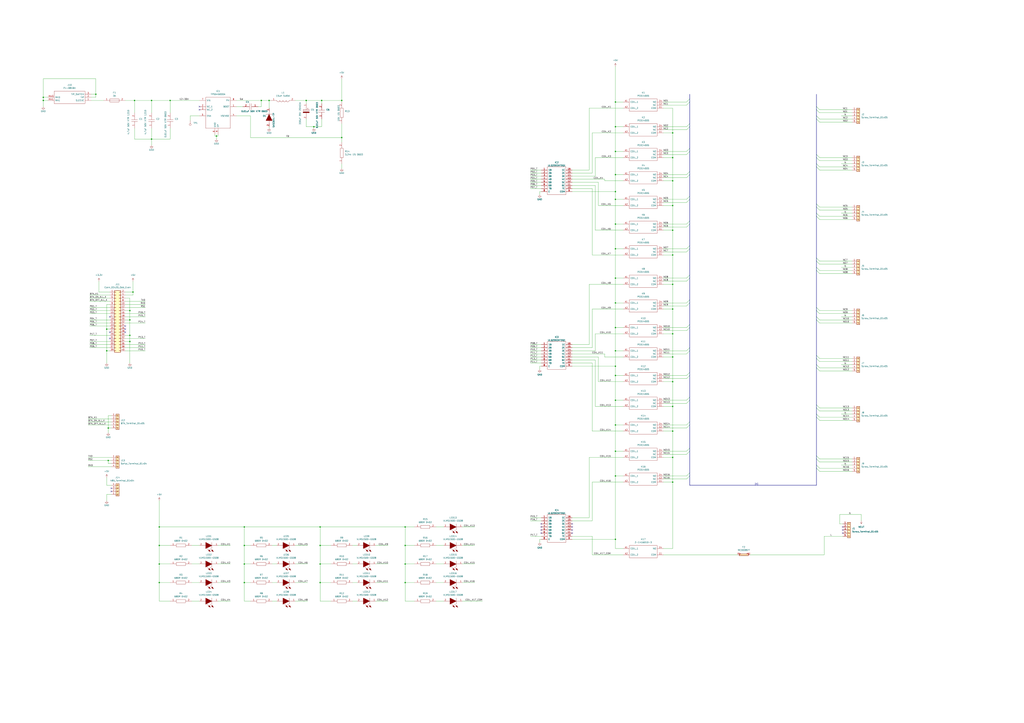
<source format=kicad_sch>
(kicad_sch (version 20211123) (generator eeschema)
  (paper "A1")
  (bus_alias "K" (members "NO1" "NC1" "NO2" "NO3" "NO4" "NO5" "NO6" "NO7" "NO8" "NO9" "NO10" "NO11" "NO12" "NO13" "NO14" "NO15" "NO16" "NC2" "NC3" "NC4" "NC5" "NC6" "NC7" "NC8" "NC9" "NC10" "NC11" "NC12" "NC13" "NC14" "NC15" "NC16"))
  (junction (at 106.68 275.59))
  (junction (at 505.46 248.92))
  (junction (at 332.74 478.79))
  (junction (at 552.45 233.68))
  (junction (at 130.81 433.07))
  (junction (at 505.46 157.48))
  (junction (at 124.46 82.55))
  (junction (at 505.46 443.23))
  (junction (at 214.63 82.55))
  (junction (at 200.66 478.79))
  (junction (at 109.22 240.03))
  (junction (at 552.45 168.91))
  (junction (at 552.45 189.23))
  (junction (at 220.98 82.55))
  (junction (at 505.46 124.46))
  (junction (at 505.46 143.51))
  (junction (at 505.46 308.61))
  (junction (at 130.81 448.31))
  (junction (at 552.45 375.92))
  (junction (at 332.74 433.07))
  (junction (at 264.16 82.55))
  (junction (at 552.45 254))
  (junction (at 552.45 334.01))
  (junction (at 505.46 349.25))
  (junction (at 552.45 293.37))
  (junction (at 177.8 111.76))
  (junction (at 35.56 80.01))
  (junction (at 505.46 104.14))
  (junction (at 139.7 82.55))
  (junction (at 505.46 228.6))
  (junction (at 262.89 433.07))
  (junction (at 200.66 433.07))
  (junction (at 251.46 82.55))
  (junction (at 505.46 83.82))
  (junction (at 35.56 82.55))
  (junction (at 262.89 448.31))
  (junction (at 124.46 114.3))
  (junction (at 130.81 478.79))
  (junction (at 552.45 209.55))
  (junction (at 280.67 82.55))
  (junction (at 505.46 328.93))
  (junction (at 505.46 204.47))
  (junction (at 78.74 77.47))
  (junction (at 552.45 109.22))
  (junction (at 106.68 262.89))
  (junction (at 262.89 463.55))
  (junction (at 88.9 378.46))
  (junction (at 552.45 129.54))
  (junction (at 200.66 463.55))
  (junction (at 88.9 351.79))
  (junction (at 87.63 288.29))
  (junction (at 505.46 269.24))
  (junction (at 552.45 313.69))
  (junction (at 106.68 255.27))
  (junction (at 552.45 274.32))
  (junction (at 130.81 463.55))
  (junction (at 552.45 148.59))
  (junction (at 87.63 270.51))
  (junction (at 505.46 288.29))
  (junction (at 332.74 448.31))
  (junction (at 505.46 370.84))
  (junction (at 505.46 391.16))
  (junction (at 106.68 280.67))
  (junction (at 505.46 163.83))
  (junction (at 552.45 396.24))
  (junction (at 332.74 463.55))
  (junction (at 200.66 448.31))
  (junction (at 280.67 113.03))
  (junction (at 552.45 354.33))
  (junction (at 262.89 478.79))
  (junction (at 505.46 300.99))
  (junction (at 110.49 82.55))
  (junction (at 257.81 104.14))
  (junction (at 505.46 184.15))
  (no_connect (at 692.15 435.61))
  (no_connect (at 102.87 270.51))
  (no_connect (at 692.15 438.15))
  (no_connect (at 163.83 90.17))
  (no_connect (at 469.9 438.15))
  (no_connect (at 102.87 267.97))
  (no_connect (at 444.5 433.07))
  (no_connect (at 102.87 273.05))
  (no_connect (at 444.5 435.61))
  (no_connect (at 469.9 430.53))
  (no_connect (at 469.9 433.07))
  (no_connect (at 692.15 433.07))
  (no_connect (at 90.17 273.05))
  (no_connect (at 90.17 260.35))
  (no_connect (at 444.5 438.15))
  (no_connect (at 91.44 401.32))
  (no_connect (at 444.5 430.53))
  (no_connect (at 163.83 87.63))
  (no_connect (at 90.17 278.13))
  (no_connect (at 469.9 435.61))
  (no_connect (at 91.44 403.86))
  (bus_entry (at 670.56 255.27) (size 2.54 2.54))
  (bus_entry (at 566.42 101.6) (size -2.54 2.54))
  (bus_entry (at 670.56 374.65) (size 2.54 2.54))
  (bus_entry (at 566.42 346.71) (size -2.54 2.54))
  (bus_entry (at 566.42 184.15) (size -2.54 2.54))
  (bus_entry (at 566.42 181.61) (size -2.54 2.54))
  (bus_entry (at 670.56 332.74) (size 2.54 2.54))
  (bus_entry (at 566.42 349.25) (size -2.54 2.54))
  (bus_entry (at 566.42 266.7) (size -2.54 2.54))
  (bus_entry (at 566.42 226.06) (size -2.54 2.54))
  (bus_entry (at 566.42 121.92) (size -2.54 2.54))
  (bus_entry (at 670.56 384.81) (size 2.54 2.54))
  (bus_entry (at 670.56 95.25) (size 2.54 2.54))
  (bus_entry (at 566.42 288.29) (size -2.54 2.54))
  (bus_entry (at 670.56 134.62) (size 2.54 2.54))
  (bus_entry (at 566.42 161.29) (size -2.54 2.54))
  (bus_entry (at 566.42 368.3) (size -2.54 2.54))
  (bus_entry (at 670.56 382.27) (size 2.54 2.54))
  (bus_entry (at 670.56 252.73) (size 2.54 2.54))
  (bus_entry (at 566.42 204.47) (size -2.54 2.54))
  (bus_entry (at 670.56 342.9) (size 2.54 2.54))
  (bus_entry (at 670.56 340.36) (size 2.54 2.54))
  (bus_entry (at 566.42 308.61) (size -2.54 2.54))
  (bus_entry (at 670.56 294.64) (size 2.54 2.54))
  (bus_entry (at 670.56 177.8) (size 2.54 2.54))
  (bus_entry (at 670.56 167.64) (size 2.54 2.54))
  (bus_entry (at 670.56 262.89) (size 2.54 2.54))
  (bus_entry (at 566.42 163.83) (size -2.54 2.54))
  (bus_entry (at 566.42 248.92) (size -2.54 2.54))
  (bus_entry (at 566.42 326.39) (size -2.54 2.54))
  (bus_entry (at 670.56 170.18) (size 2.54 2.54))
  (bus_entry (at 566.42 143.51) (size -2.54 2.54))
  (bus_entry (at 566.42 328.93) (size -2.54 2.54))
  (bus_entry (at 670.56 127) (size 2.54 2.54))
  (bus_entry (at 566.42 246.38) (size -2.54 2.54))
  (bus_entry (at 566.42 104.14) (size -2.54 2.54))
  (bus_entry (at 566.42 285.75) (size -2.54 2.54))
  (bus_entry (at 566.42 83.82) (size -2.54 2.54))
  (bus_entry (at 670.56 222.25) (size 2.54 2.54))
  (bus_entry (at 566.42 228.6) (size -2.54 2.54))
  (bus_entry (at 566.42 370.84) (size -2.54 2.54))
  (bus_entry (at 670.56 214.63) (size 2.54 2.54))
  (bus_entry (at 670.56 377.19) (size 2.54 2.54))
  (bus_entry (at 670.56 302.26) (size 2.54 2.54))
  (bus_entry (at 566.42 81.28) (size -2.54 2.54))
  (bus_entry (at 670.56 137.16) (size 2.54 2.54))
  (bus_entry (at 670.56 335.28) (size 2.54 2.54))
  (bus_entry (at 566.42 391.16) (size -2.54 2.54))
  (bus_entry (at 670.56 129.54) (size 2.54 2.54))
  (bus_entry (at 670.56 87.63) (size 2.54 2.54))
  (bus_entry (at 670.56 219.71) (size 2.54 2.54))
  (bus_entry (at 670.56 260.35) (size 2.54 2.54))
  (bus_entry (at 566.42 388.62) (size -2.54 2.54))
  (bus_entry (at 670.56 299.72) (size 2.54 2.54))
  (bus_entry (at 566.42 140.97) (size -2.54 2.54))
  (bus_entry (at 670.56 175.26) (size 2.54 2.54))
  (bus_entry (at 670.56 97.79) (size 2.54 2.54))
  (bus_entry (at 670.56 90.17) (size 2.54 2.54))
  (bus_entry (at 566.42 269.24) (size -2.54 2.54))
  (bus_entry (at 670.56 212.09) (size 2.54 2.54))
  (bus_entry (at 670.56 292.1) (size 2.54 2.54))
  (bus_entry (at 566.42 201.93) (size -2.54 2.54))
  (bus_entry (at 566.42 124.46) (size -2.54 2.54))
  (bus_entry (at 566.42 306.07) (size -2.54 2.54))
  (wire (pts (xy 444.5 295.91) (xy 435.61 295.91)))
  (bus (pts (xy 566.42 140.97) (xy 566.42 143.51)))
  (bus (pts (xy 670.56 299.72) (xy 670.56 302.26)))
  (wire (pts (xy 280.67 101.6) (xy 280.67 113.03)))
  (wire (pts (xy 469.9 154.94) (xy 486.41 154.94)))
  (wire (pts (xy 35.56 80.01) (xy 35.56 82.55)))
  (wire (pts (xy 223.52 463.55) (xy 227.33 463.55)))
  (bus (pts (xy 566.42 226.06) (xy 566.42 228.6)))
  (wire (pts (xy 544.83 143.51) (xy 563.88 143.51)))
  (wire (pts (xy 139.7 478.79) (xy 130.81 478.79)))
  (wire (pts (xy 435.61 139.7) (xy 444.5 139.7)))
  (bus (pts (xy 566.42 308.61) (xy 566.42 326.39)))
  (wire (pts (xy 444.5 427.99) (xy 435.61 427.99)))
  (wire (pts (xy 511.81 354.33) (xy 486.41 354.33)))
  (wire (pts (xy 102.87 245.11) (xy 106.68 245.11)))
  (bus (pts (xy 566.42 248.92) (xy 566.42 266.7)))
  (wire (pts (xy 488.95 288.29) (xy 488.95 274.32)))
  (wire (pts (xy 289.56 494.03) (xy 293.37 494.03)))
  (bus (pts (xy 566.42 124.46) (xy 566.42 140.97)))
  (bus (pts (xy 670.56 177.8) (xy 670.56 212.09)))
  (wire (pts (xy 544.83 184.15) (xy 563.88 184.15)))
  (wire (pts (xy 488.95 189.23) (xy 511.81 189.23)))
  (wire (pts (xy 102.87 255.27) (xy 106.68 255.27)))
  (wire (pts (xy 264.16 82.55) (xy 264.16 85.09)))
  (wire (pts (xy 200.66 463.55) (xy 205.74 463.55)))
  (wire (pts (xy 488.95 129.54) (xy 511.81 129.54)))
  (bus (pts (xy 670.56 332.74) (xy 670.56 335.28)))
  (wire (pts (xy 308.61 448.31) (xy 318.77 448.31)))
  (wire (pts (xy 35.56 82.55) (xy 35.56 87.63)))
  (wire (pts (xy 88.9 378.46) (xy 91.44 378.46)))
  (wire (pts (xy 690.88 340.36) (xy 699.77 340.36)))
  (wire (pts (xy 73.66 285.75) (xy 90.17 285.75)))
  (wire (pts (xy 469.9 440.69) (xy 486.41 440.69)))
  (bus (pts (xy 566.42 246.38) (xy 566.42 248.92)))
  (wire (pts (xy 673.1 387.35) (xy 699.77 387.35)))
  (wire (pts (xy 110.49 82.55) (xy 124.46 82.55)))
  (wire (pts (xy 552.45 375.92) (xy 552.45 396.24)))
  (wire (pts (xy 251.46 82.55) (xy 251.46 85.09)))
  (wire (pts (xy 552.45 354.33) (xy 552.45 375.92)))
  (wire (pts (xy 88.9 341.63) (xy 88.9 351.79)))
  (bus (pts (xy 670.56 129.54) (xy 670.56 134.62)))
  (bus (pts (xy 670.56 262.89) (xy 670.56 292.1)))
  (wire (pts (xy 200.66 478.79) (xy 200.66 494.03)))
  (wire (pts (xy 242.57 82.55) (xy 251.46 82.55)))
  (wire (pts (xy 544.83 186.69) (xy 563.88 186.69)))
  (wire (pts (xy 72.39 344.17) (xy 91.44 344.17)))
  (wire (pts (xy 552.45 274.32) (xy 552.45 293.37)))
  (wire (pts (xy 673.1 132.08) (xy 699.77 132.08)))
  (wire (pts (xy 544.83 209.55) (xy 552.45 209.55)))
  (bus (pts (xy 566.42 391.16) (xy 566.42 398.78)))
  (wire (pts (xy 308.61 463.55) (xy 318.77 463.55)))
  (wire (pts (xy 673.1 262.89) (xy 699.77 262.89)))
  (wire (pts (xy 212.09 87.63) (xy 214.63 87.63)))
  (wire (pts (xy 486.41 298.45) (xy 486.41 354.33)))
  (wire (pts (xy 505.46 143.51) (xy 505.46 157.48)))
  (bus (pts (xy 566.42 83.82) (xy 566.42 101.6)))
  (wire (pts (xy 443.23 303.53) (xy 443.23 300.99)))
  (wire (pts (xy 673.1 257.81) (xy 699.77 257.81)))
  (wire (pts (xy 690.88 175.26) (xy 699.77 175.26)))
  (wire (pts (xy 358.14 448.31) (xy 364.49 448.31)))
  (wire (pts (xy 130.81 478.79) (xy 130.81 494.03)))
  (wire (pts (xy 552.45 334.01) (xy 552.45 354.33)))
  (wire (pts (xy 469.9 139.7) (xy 483.87 139.7)))
  (wire (pts (xy 505.46 288.29) (xy 511.81 288.29)))
  (wire (pts (xy 35.56 82.55) (xy 39.37 82.55)))
  (wire (pts (xy 90.17 240.03) (xy 81.28 240.03)))
  (wire (pts (xy 673.1 170.18) (xy 699.77 170.18)))
  (wire (pts (xy 689.61 430.53) (xy 689.61 422.91)))
  (wire (pts (xy 673.1 222.25) (xy 699.77 222.25)))
  (wire (pts (xy 690.88 134.62) (xy 699.77 134.62)))
  (wire (pts (xy 251.46 104.14) (xy 257.81 104.14)))
  (wire (pts (xy 289.56 448.31) (xy 293.37 448.31)))
  (wire (pts (xy 491.49 293.37) (xy 491.49 313.69)))
  (wire (pts (xy 242.57 448.31) (xy 252.73 448.31)))
  (wire (pts (xy 73.66 252.73) (xy 90.17 252.73)))
  (wire (pts (xy 544.83 271.78) (xy 563.88 271.78)))
  (wire (pts (xy 72.39 375.92) (xy 91.44 375.92)))
  (bus (pts (xy 566.42 346.71) (xy 566.42 349.25)))
  (wire (pts (xy 73.66 247.65) (xy 90.17 247.65)))
  (wire (pts (xy 102.87 280.67) (xy 106.68 280.67)))
  (wire (pts (xy 673.1 255.27) (xy 699.77 255.27)))
  (wire (pts (xy 505.46 204.47) (xy 511.81 204.47)))
  (wire (pts (xy 179.07 478.79) (xy 189.23 478.79)))
  (wire (pts (xy 332.74 478.79) (xy 340.36 478.79)))
  (wire (pts (xy 73.66 242.57) (xy 90.17 242.57)))
  (wire (pts (xy 262.89 478.79) (xy 262.89 494.03)))
  (wire (pts (xy 505.46 184.15) (xy 505.46 204.47)))
  (wire (pts (xy 214.63 82.55) (xy 220.98 82.55)))
  (wire (pts (xy 444.5 283.21) (xy 435.61 283.21)))
  (wire (pts (xy 110.49 82.55) (xy 110.49 92.71)))
  (wire (pts (xy 332.74 494.03) (xy 340.36 494.03)))
  (wire (pts (xy 544.83 375.92) (xy 552.45 375.92)))
  (bus (pts (xy 670.56 175.26) (xy 670.56 177.8)))
  (wire (pts (xy 78.74 77.47) (xy 78.74 64.77)))
  (wire (pts (xy 505.46 288.29) (xy 505.46 300.99)))
  (wire (pts (xy 505.46 349.25) (xy 505.46 370.84)))
  (wire (pts (xy 179.07 463.55) (xy 189.23 463.55)))
  (wire (pts (xy 673.1 92.71) (xy 699.77 92.71)))
  (wire (pts (xy 157.48 463.55) (xy 163.83 463.55)))
  (wire (pts (xy 544.83 373.38) (xy 563.88 373.38)))
  (wire (pts (xy 469.9 149.86) (xy 491.49 149.86)))
  (wire (pts (xy 469.9 144.78) (xy 488.95 144.78)))
  (wire (pts (xy 544.83 293.37) (xy 552.45 293.37)))
  (wire (pts (xy 200.66 433.07) (xy 262.89 433.07)))
  (wire (pts (xy 332.74 478.79) (xy 332.74 494.03)))
  (wire (pts (xy 87.63 250.19) (xy 87.63 270.51)))
  (wire (pts (xy 505.46 184.15) (xy 511.81 184.15)))
  (wire (pts (xy 109.22 231.14) (xy 109.22 240.03)))
  (wire (pts (xy 73.66 265.43) (xy 90.17 265.43)))
  (wire (pts (xy 676.91 440.69) (xy 692.15 440.69)))
  (wire (pts (xy 102.87 285.75) (xy 119.38 285.75)))
  (bus (pts (xy 670.56 260.35) (xy 670.56 262.89)))
  (wire (pts (xy 552.45 168.91) (xy 552.45 148.59)))
  (wire (pts (xy 251.46 82.55) (xy 264.16 82.55)))
  (wire (pts (xy 444.5 425.45) (xy 435.61 425.45)))
  (wire (pts (xy 194.31 95.25) (xy 205.74 95.25)))
  (wire (pts (xy 511.81 293.37) (xy 496.57 293.37)))
  (wire (pts (xy 469.9 425.45) (xy 483.87 425.45)))
  (wire (pts (xy 444.5 293.37) (xy 435.61 293.37)))
  (wire (pts (xy 544.83 109.22) (xy 552.45 109.22)))
  (wire (pts (xy 673.1 302.26) (xy 699.77 302.26)))
  (wire (pts (xy 102.87 260.35) (xy 119.38 260.35)))
  (wire (pts (xy 544.83 106.68) (xy 563.88 106.68)))
  (wire (pts (xy 690.88 260.35) (xy 699.77 260.35)))
  (wire (pts (xy 102.87 283.21) (xy 119.38 283.21)))
  (wire (pts (xy 130.81 463.55) (xy 130.81 478.79)))
  (wire (pts (xy 444.5 290.83) (xy 435.61 290.83)))
  (wire (pts (xy 552.45 396.24) (xy 552.45 450.85)))
  (bus (pts (xy 670.56 167.64) (xy 670.56 170.18)))
  (wire (pts (xy 102.87 242.57) (xy 109.22 242.57)))
  (wire (pts (xy 102.87 240.03) (xy 109.22 240.03)))
  (bus (pts (xy 670.56 219.71) (xy 670.56 222.25)))
  (wire (pts (xy 544.83 396.24) (xy 552.45 396.24)))
  (wire (pts (xy 87.63 406.4) (xy 87.63 411.48)))
  (wire (pts (xy 102.87 288.29) (xy 119.38 288.29)))
  (wire (pts (xy 511.81 334.01) (xy 488.95 334.01)))
  (wire (pts (xy 435.61 154.94) (xy 444.5 154.94)))
  (wire (pts (xy 505.46 443.23) (xy 505.46 450.85)))
  (wire (pts (xy 308.61 494.03) (xy 318.77 494.03)))
  (wire (pts (xy 505.46 54.61) (xy 505.46 83.82)))
  (bus (pts (xy 566.42 184.15) (xy 566.42 201.93)))
  (wire (pts (xy 544.83 124.46) (xy 563.88 124.46)))
  (wire (pts (xy 280.67 64.77) (xy 280.67 82.55)))
  (wire (pts (xy 379.73 448.31) (xy 389.89 448.31)))
  (wire (pts (xy 74.93 80.01) (xy 78.74 80.01)))
  (wire (pts (xy 443.23 445.77) (xy 443.23 443.23)))
  (wire (pts (xy 223.52 494.03) (xy 227.33 494.03)))
  (wire (pts (xy 435.61 149.86) (xy 444.5 149.86)))
  (wire (pts (xy 205.74 113.03) (xy 280.67 113.03)))
  (wire (pts (xy 544.83 166.37) (xy 563.88 166.37)))
  (wire (pts (xy 552.45 109.22) (xy 552.45 88.9)))
  (wire (pts (xy 200.66 463.55) (xy 200.66 478.79)))
  (wire (pts (xy 358.14 494.03) (xy 364.49 494.03)))
  (wire (pts (xy 194.31 82.55) (xy 214.63 82.55)))
  (wire (pts (xy 505.46 308.61) (xy 511.81 308.61)))
  (wire (pts (xy 220.98 82.55) (xy 220.98 88.9)))
  (wire (pts (xy 262.89 478.79) (xy 271.78 478.79)))
  (wire (pts (xy 469.9 283.21) (xy 483.87 283.21)))
  (wire (pts (xy 544.83 274.32) (xy 552.45 274.32)))
  (wire (pts (xy 78.74 80.01) (xy 78.74 77.47)))
  (wire (pts (xy 544.83 189.23) (xy 552.45 189.23)))
  (wire (pts (xy 673.1 137.16) (xy 699.77 137.16)))
  (wire (pts (xy 130.81 411.48) (xy 130.81 433.07)))
  (wire (pts (xy 552.45 209.55) (xy 552.45 233.68)))
  (bus (pts (xy 566.42 101.6) (xy 566.42 104.14)))
  (wire (pts (xy 81.28 231.14) (xy 81.28 240.03)))
  (wire (pts (xy 280.67 113.03) (xy 280.67 116.84)))
  (wire (pts (xy 106.68 280.67) (xy 106.68 275.59)))
  (bus (pts (xy 566.42 269.24) (xy 566.42 285.75)))
  (wire (pts (xy 486.41 154.94) (xy 486.41 209.55)))
  (wire (pts (xy 78.74 77.47) (xy 74.93 77.47)))
  (wire (pts (xy 262.89 494.03) (xy 271.78 494.03)))
  (wire (pts (xy 511.81 148.59) (xy 496.57 148.59)))
  (wire (pts (xy 223.52 448.31) (xy 227.33 448.31)))
  (wire (pts (xy 88.9 381) (xy 88.9 378.46)))
  (bus (pts (xy 566.42 228.6) (xy 566.42 246.38)))
  (wire (pts (xy 332.74 463.55) (xy 340.36 463.55)))
  (wire (pts (xy 690.88 219.71) (xy 699.77 219.71)))
  (wire (pts (xy 435.61 152.4) (xy 444.5 152.4)))
  (wire (pts (xy 544.83 148.59) (xy 552.45 148.59)))
  (wire (pts (xy 552.45 88.9) (xy 544.83 88.9)))
  (wire (pts (xy 194.31 87.63) (xy 199.39 87.63)))
  (bus (pts (xy 566.42 368.3) (xy 566.42 370.84)))
  (bus (pts (xy 566.42 306.07) (xy 566.42 308.61)))
  (wire (pts (xy 483.87 233.68) (xy 511.81 233.68)))
  (wire (pts (xy 505.46 328.93) (xy 505.46 349.25)))
  (wire (pts (xy 544.83 455.93) (xy 605.79 455.93)))
  (wire (pts (xy 673.1 129.54) (xy 699.77 129.54)))
  (wire (pts (xy 505.46 300.99) (xy 505.46 308.61)))
  (wire (pts (xy 505.46 228.6) (xy 505.46 248.92)))
  (wire (pts (xy 673.1 294.64) (xy 699.77 294.64)))
  (wire (pts (xy 443.23 300.99) (xy 444.5 300.99)))
  (bus (pts (xy 566.42 349.25) (xy 566.42 368.3)))
  (wire (pts (xy 505.46 269.24) (xy 505.46 288.29)))
  (wire (pts (xy 289.56 478.79) (xy 293.37 478.79)))
  (wire (pts (xy 358.14 478.79) (xy 364.49 478.79)))
  (wire (pts (xy 444.5 298.45) (xy 435.61 298.45)))
  (wire (pts (xy 444.5 157.48) (xy 443.23 157.48)))
  (bus (pts (xy 670.56 382.27) (xy 670.56 384.81)))
  (wire (pts (xy 72.39 346.71) (xy 91.44 346.71)))
  (wire (pts (xy 505.46 83.82) (xy 505.46 104.14)))
  (wire (pts (xy 673.1 335.28) (xy 699.77 335.28)))
  (wire (pts (xy 157.48 448.31) (xy 163.83 448.31)))
  (wire (pts (xy 332.74 433.07) (xy 340.36 433.07)))
  (wire (pts (xy 289.56 463.55) (xy 293.37 463.55)))
  (wire (pts (xy 505.46 349.25) (xy 511.81 349.25)))
  (wire (pts (xy 544.83 313.69) (xy 552.45 313.69)))
  (wire (pts (xy 544.83 290.83) (xy 563.88 290.83)))
  (wire (pts (xy 544.83 204.47) (xy 563.88 204.47)))
  (wire (pts (xy 72.39 349.25) (xy 91.44 349.25)))
  (bus (pts (xy 670.56 137.16) (xy 670.56 167.64)))
  (wire (pts (xy 102.87 265.43) (xy 119.38 265.43)))
  (wire (pts (xy 87.63 392.43) (xy 87.63 398.78)))
  (bus (pts (xy 566.42 398.78) (xy 670.56 398.78)))
  (wire (pts (xy 673.1 139.7) (xy 699.77 139.7)))
  (wire (pts (xy 469.9 285.75) (xy 486.41 285.75)))
  (bus (pts (xy 566.42 266.7) (xy 566.42 269.24)))
  (bus (pts (xy 670.56 95.25) (xy 670.56 97.79)))
  (wire (pts (xy 544.83 354.33) (xy 552.45 354.33)))
  (wire (pts (xy 102.87 247.65) (xy 119.38 247.65)))
  (wire (pts (xy 544.83 349.25) (xy 563.88 349.25)))
  (wire (pts (xy 673.1 172.72) (xy 699.77 172.72)))
  (wire (pts (xy 469.9 295.91) (xy 488.95 295.91)))
  (wire (pts (xy 505.46 104.14) (xy 505.46 124.46)))
  (wire (pts (xy 220.98 104.14) (xy 220.98 105.41)))
  (wire (pts (xy 106.68 262.89) (xy 102.87 262.89)))
  (wire (pts (xy 124.46 114.3) (xy 139.7 114.3)))
  (wire (pts (xy 124.46 114.3) (xy 124.46 119.38)))
  (wire (pts (xy 139.7 114.3) (xy 139.7 105.41)))
  (wire (pts (xy 469.9 293.37) (xy 491.49 293.37)))
  (bus (pts (xy 566.42 285.75) (xy 566.42 288.29)))
  (wire (pts (xy 676.91 455.93) (xy 676.91 440.69)))
  (wire (pts (xy 200.66 478.79) (xy 205.74 478.79)))
  (wire (pts (xy 78.74 64.77) (xy 35.56 64.77)))
  (wire (pts (xy 505.46 308.61) (xy 505.46 328.93)))
  (wire (pts (xy 673.1 377.19) (xy 699.77 377.19)))
  (wire (pts (xy 179.07 494.03) (xy 189.23 494.03)))
  (wire (pts (xy 72.39 378.46) (xy 88.9 378.46)))
  (wire (pts (xy 483.87 139.7) (xy 483.87 88.9)))
  (wire (pts (xy 308.61 478.79) (xy 318.77 478.79)))
  (wire (pts (xy 102.87 257.81) (xy 119.38 257.81)))
  (wire (pts (xy 505.46 450.85) (xy 511.81 450.85)))
  (wire (pts (xy 544.83 391.16) (xy 563.88 391.16)))
  (wire (pts (xy 262.89 463.55) (xy 262.89 478.79)))
  (wire (pts (xy 469.9 300.99) (xy 505.46 300.99)))
  (wire (pts (xy 673.1 345.44) (xy 699.77 345.44)))
  (wire (pts (xy 469.9 298.45) (xy 486.41 298.45)))
  (wire (pts (xy 491.49 149.86) (xy 491.49 168.91)))
  (wire (pts (xy 72.39 383.54) (xy 91.44 383.54)))
  (wire (pts (xy 544.83 127) (xy 563.88 127)))
  (wire (pts (xy 102.87 252.73) (xy 119.38 252.73)))
  (wire (pts (xy 488.95 152.4) (xy 488.95 189.23)))
  (wire (pts (xy 505.46 228.6) (xy 511.81 228.6)))
  (wire (pts (xy 544.83 207.01) (xy 563.88 207.01)))
  (wire (pts (xy 544.83 251.46) (xy 563.88 251.46)))
  (wire (pts (xy 205.74 95.25) (xy 205.74 113.03)))
  (wire (pts (xy 673.1 297.18) (xy 699.77 297.18)))
  (wire (pts (xy 544.83 308.61) (xy 563.88 308.61)))
  (wire (pts (xy 505.46 83.82) (xy 511.81 83.82)))
  (wire (pts (xy 483.87 283.21) (xy 483.87 233.68)))
  (wire (pts (xy 379.73 478.79) (xy 389.89 478.79)))
  (wire (pts (xy 102.87 275.59) (xy 106.68 275.59)))
  (wire (pts (xy 690.88 382.27) (xy 699.77 382.27)))
  (wire (pts (xy 673.1 97.79) (xy 699.77 97.79)))
  (wire (pts (xy 379.73 433.07) (xy 389.89 433.07)))
  (bus (pts (xy 670.56 77.47) (xy 670.56 87.63)))
  (wire (pts (xy 615.95 455.93) (xy 676.91 455.93)))
  (wire (pts (xy 690.88 95.25) (xy 699.77 95.25)))
  (wire (pts (xy 358.14 463.55) (xy 364.49 463.55)))
  (wire (pts (xy 73.66 275.59) (xy 90.17 275.59)))
  (wire (pts (xy 496.57 148.59) (xy 496.57 147.32)))
  (bus (pts (xy 566.42 143.51) (xy 566.42 161.29)))
  (wire (pts (xy 177.8 111.76) (xy 177.8 114.3)))
  (wire (pts (xy 673.1 265.43) (xy 699.77 265.43)))
  (wire (pts (xy 102.87 82.55) (xy 110.49 82.55)))
  (wire (pts (xy 73.66 280.67) (xy 90.17 280.67)))
  (wire (pts (xy 130.81 433.07) (xy 200.66 433.07)))
  (wire (pts (xy 106.68 280.67) (xy 106.68 298.45)))
  (wire (pts (xy 110.49 105.41) (xy 110.49 114.3)))
  (wire (pts (xy 200.66 448.31) (xy 200.66 463.55)))
  (bus (pts (xy 670.56 212.09) (xy 670.56 214.63)))
  (wire (pts (xy 544.83 231.14) (xy 563.88 231.14)))
  (wire (pts (xy 73.66 267.97) (xy 90.17 267.97)))
  (bus (pts (xy 670.56 384.81) (xy 670.56 398.78)))
  (wire (pts (xy 177.8 111.76) (xy 179.07 111.76)))
  (wire (pts (xy 505.46 248.92) (xy 511.81 248.92)))
  (wire (pts (xy 130.81 494.03) (xy 139.7 494.03)))
  (wire (pts (xy 544.83 83.82) (xy 563.88 83.82)))
  (wire (pts (xy 73.66 283.21) (xy 90.17 283.21)))
  (wire (pts (xy 673.1 337.82) (xy 699.77 337.82)))
  (bus (pts (xy 670.56 302.26) (xy 670.56 332.74)))
  (wire (pts (xy 673.1 379.73) (xy 699.77 379.73)))
  (wire (pts (xy 157.48 494.03) (xy 163.83 494.03)))
  (wire (pts (xy 379.73 494.03) (xy 396.24 494.03)))
  (wire (pts (xy 483.87 425.45) (xy 483.87 375.92)))
  (wire (pts (xy 505.46 391.16) (xy 511.81 391.16)))
  (wire (pts (xy 505.46 163.83) (xy 505.46 184.15)))
  (wire (pts (xy 689.61 422.91) (xy 707.39 422.91)))
  (wire (pts (xy 486.41 427.99) (xy 486.41 396.24)))
  (wire (pts (xy 242.57 494.03) (xy 252.73 494.03)))
  (wire (pts (xy 257.81 104.14) (xy 264.16 104.14)))
  (wire (pts (xy 435.61 142.24) (xy 444.5 142.24)))
  (wire (pts (xy 379.73 463.55) (xy 389.89 463.55)))
  (wire (pts (xy 130.81 433.07) (xy 130.81 448.31)))
  (wire (pts (xy 496.57 293.37) (xy 496.57 290.83)))
  (bus (pts (xy 566.42 204.47) (xy 566.42 226.06)))
  (wire (pts (xy 262.89 448.31) (xy 262.89 463.55)))
  (bus (pts (xy 670.56 342.9) (xy 670.56 374.65)))
  (wire (pts (xy 552.45 313.69) (xy 552.45 334.01)))
  (wire (pts (xy 544.83 228.6) (xy 563.88 228.6)))
  (wire (pts (xy 251.46 97.79) (xy 251.46 104.14)))
  (wire (pts (xy 486.41 209.55) (xy 511.81 209.55)))
  (wire (pts (xy 505.46 143.51) (xy 511.81 143.51)))
  (wire (pts (xy 444.5 440.69) (xy 435.61 440.69)))
  (wire (pts (xy 544.83 334.01) (xy 552.45 334.01)))
  (bus (pts (xy 670.56 292.1) (xy 670.56 294.64)))
  (bus (pts (xy 566.42 77.47) (xy 566.42 81.28)))
  (wire (pts (xy 102.87 250.19) (xy 119.38 250.19)))
  (wire (pts (xy 505.46 204.47) (xy 505.46 228.6)))
  (wire (pts (xy 332.74 448.31) (xy 332.74 463.55)))
  (wire (pts (xy 544.83 328.93) (xy 563.88 328.93)))
  (wire (pts (xy 223.52 478.79) (xy 227.33 478.79)))
  (wire (pts (xy 673.1 217.17) (xy 699.77 217.17)))
  (bus (pts (xy 670.56 374.65) (xy 670.56 377.19)))
  (bus (pts (xy 670.56 340.36) (xy 670.56 342.9)))
  (wire (pts (xy 486.41 285.75) (xy 486.41 254)))
  (bus (pts (xy 566.42 104.14) (xy 566.42 121.92)))
  (wire (pts (xy 109.22 242.57) (xy 109.22 240.03)))
  (wire (pts (xy 332.74 463.55) (xy 332.74 478.79)))
  (wire (pts (xy 505.46 370.84) (xy 511.81 370.84)))
  (wire (pts (xy 90.17 250.19) (xy 87.63 250.19)))
  (wire (pts (xy 264.16 82.55) (xy 280.67 82.55)))
  (wire (pts (xy 511.81 455.93) (xy 486.41 455.93)))
  (wire (pts (xy 505.46 124.46) (xy 511.81 124.46)))
  (wire (pts (xy 505.46 104.14) (xy 511.81 104.14)))
  (bus (pts (xy 670.56 294.64) (xy 670.56 299.72)))
  (wire (pts (xy 200.66 448.31) (xy 205.74 448.31)))
  (wire (pts (xy 488.95 144.78) (xy 488.95 129.54)))
  (wire (pts (xy 505.46 370.84) (xy 505.46 391.16)))
  (wire (pts (xy 257.81 104.14) (xy 257.81 105.41)))
  (wire (pts (xy 200.66 494.03) (xy 205.74 494.03)))
  (bus (pts (xy 670.56 87.63) (xy 670.56 90.17)))
  (wire (pts (xy 110.49 114.3) (xy 124.46 114.3)))
  (wire (pts (xy 552.45 254) (xy 552.45 274.32)))
  (bus (pts (xy 670.56 97.79) (xy 670.56 127)))
  (wire (pts (xy 130.81 448.31) (xy 139.7 448.31)))
  (wire (pts (xy 673.1 342.9) (xy 699.77 342.9)))
  (wire (pts (xy 435.61 147.32) (xy 444.5 147.32)))
  (bus (pts (xy 670.56 127) (xy 670.56 129.54)))
  (wire (pts (xy 483.87 375.92) (xy 511.81 375.92)))
  (wire (pts (xy 544.83 450.85) (xy 552.45 450.85)))
  (wire (pts (xy 102.87 278.13) (xy 119.38 278.13)))
  (wire (pts (xy 156.21 99.06) (xy 156.21 95.25)))
  (wire (pts (xy 176.53 110.49) (xy 176.53 111.76)))
  (bus (pts (xy 670.56 214.63) (xy 670.56 219.71)))
  (wire (pts (xy 544.83 146.05) (xy 563.88 146.05)))
  (wire (pts (xy 673.1 224.79) (xy 699.77 224.79)))
  (wire (pts (xy 544.83 86.36) (xy 563.88 86.36)))
  (bus (pts (xy 566.42 181.61) (xy 566.42 184.15)))
  (wire (pts (xy 200.66 433.07) (xy 200.66 448.31)))
  (bus (pts (xy 566.42 201.93) (xy 566.42 204.47)))
  (wire (pts (xy 280.67 134.62) (xy 280.67 138.43)))
  (wire (pts (xy 486.41 142.24) (xy 486.41 109.22)))
  (wire (pts (xy 505.46 124.46) (xy 505.46 143.51)))
  (wire (pts (xy 505.46 269.24) (xy 511.81 269.24)))
  (wire (pts (xy 139.7 82.55) (xy 139.7 92.71)))
  (wire (pts (xy 544.83 393.7) (xy 563.88 393.7)))
  (wire (pts (xy 88.9 351.79) (xy 91.44 351.79)))
  (wire (pts (xy 505.46 163.83) (xy 511.81 163.83)))
  (wire (pts (xy 544.83 269.24) (xy 563.88 269.24)))
  (wire (pts (xy 74.93 82.55) (xy 85.09 82.55)))
  (wire (pts (xy 332.74 448.31) (xy 340.36 448.31)))
  (wire (pts (xy 156.21 95.25) (xy 163.83 95.25)))
  (wire (pts (xy 673.1 304.8) (xy 699.77 304.8)))
  (bus (pts (xy 670.56 252.73) (xy 670.56 255.27)))
  (wire (pts (xy 124.46 105.41) (xy 124.46 114.3)))
  (wire (pts (xy 690.88 299.72) (xy 699.77 299.72)))
  (bus (pts (xy 566.42 388.62) (xy 566.42 391.16)))
  (wire (pts (xy 87.63 288.29) (xy 87.63 270.51)))
  (wire (pts (xy 469.9 157.48) (xy 505.46 157.48)))
  (wire (pts (xy 544.83 351.79) (xy 563.88 351.79)))
  (bus (pts (xy 670.56 377.19) (xy 670.56 382.27)))
  (wire (pts (xy 544.83 288.29) (xy 563.88 288.29)))
  (wire (pts (xy 106.68 255.27) (xy 106.68 262.89)))
  (bus (pts (xy 566.42 121.92) (xy 566.42 124.46)))
  (wire (pts (xy 544.83 254) (xy 552.45 254)))
  (wire (pts (xy 488.95 295.91) (xy 488.95 334.01)))
  (wire (pts (xy 73.66 255.27) (xy 90.17 255.27)))
  (wire (pts (xy 106.68 245.11) (xy 106.68 255.27)))
  (wire (pts (xy 176.53 111.76) (xy 177.8 111.76)))
  (wire (pts (xy 91.44 406.4) (xy 87.63 406.4)))
  (bus (pts (xy 566.42 326.39) (xy 566.42 328.93)))
  (wire (pts (xy 511.81 313.69) (xy 491.49 313.69)))
  (wire (pts (xy 552.45 233.68) (xy 552.45 254)))
  (wire (pts (xy 673.1 180.34) (xy 699.77 180.34)))
  (wire (pts (xy 544.83 163.83) (xy 563.88 163.83)))
  (bus (pts (xy 566.42 370.84) (xy 566.42 388.62)))
  (wire (pts (xy 220.98 82.55) (xy 222.25 82.55)))
  (wire (pts (xy 262.89 463.55) (xy 271.78 463.55)))
  (wire (pts (xy 139.7 82.55) (xy 163.83 82.55)))
  (bus (pts (xy 670.56 255.27) (xy 670.56 260.35)))
  (wire (pts (xy 552.45 168.91) (xy 552.45 189.23)))
  (wire (pts (xy 87.63 288.29) (xy 87.63 298.45)))
  (bus (pts (xy 670.56 170.18) (xy 670.56 175.26)))
  (wire (pts (xy 124.46 82.55) (xy 124.46 92.71)))
  (wire (pts (xy 242.57 463.55) (xy 252.73 463.55)))
  (wire (pts (xy 262.89 433.07) (xy 332.74 433.07)))
  (wire (pts (xy 673.1 90.17) (xy 699.77 90.17)))
  (wire (pts (xy 552.45 293.37) (xy 552.45 313.69)))
  (wire (pts (xy 73.66 257.81) (xy 90.17 257.81)))
  (wire (pts (xy 91.44 381) (xy 88.9 381)))
  (wire (pts (xy 673.1 384.81) (xy 699.77 384.81)))
  (bus (pts (xy 566.42 163.83) (xy 566.42 181.61)))
  (bus (pts (xy 670.56 222.25) (xy 670.56 252.73)))
  (wire (pts (xy 35.56 80.01) (xy 39.37 80.01)))
  (wire (pts (xy 544.83 311.15) (xy 563.88 311.15)))
  (wire (pts (xy 443.23 443.23) (xy 444.5 443.23)))
  (wire (pts (xy 505.46 328.93) (xy 511.81 328.93)))
  (bus (pts (xy 566.42 81.28) (xy 566.42 83.82)))
  (wire (pts (xy 264.16 104.14) (xy 264.16 97.79)))
  (wire (pts (xy 262.89 433.07) (xy 262.89 448.31)))
  (wire (pts (xy 505.46 391.16) (xy 505.46 443.23)))
  (wire (pts (xy 163.83 478.79) (xy 157.48 478.79)))
  (wire (pts (xy 262.89 448.31) (xy 271.78 448.31)))
  (wire (pts (xy 469.9 142.24) (xy 486.41 142.24)))
  (wire (pts (xy 280.67 82.55) (xy 280.67 83.82)))
  (wire (pts (xy 488.95 274.32) (xy 511.81 274.32)))
  (wire (pts (xy 444.5 285.75) (xy 435.61 285.75)))
  (wire (pts (xy 544.83 331.47) (xy 563.88 331.47)))
  (bus (pts (xy 566.42 328.93) (xy 566.42 346.71)))
  (bus (pts (xy 670.56 90.17) (xy 670.56 95.25)))
  (wire (pts (xy 91.44 341.63) (xy 88.9 341.63)))
  (wire (pts (xy 673.1 177.8) (xy 699.77 177.8)))
  (wire (pts (xy 35.56 64.77) (xy 35.56 80.01)))
  (wire (pts (xy 469.9 290.83) (xy 496.57 290.83)))
  (wire (pts (xy 332.74 433.07) (xy 332.74 448.31)))
  (wire (pts (xy 469.9 288.29) (xy 488.95 288.29)))
  (wire (pts (xy 544.83 168.91) (xy 552.45 168.91)))
  (wire (pts (xy 443.23 157.48) (xy 443.23 160.02)))
  (wire (pts (xy 106.68 275.59) (xy 106.68 262.89)))
  (wire (pts (xy 358.14 433.07) (xy 364.49 433.07)))
  (wire (pts (xy 486.41 109.22) (xy 511.81 109.22)))
  (wire (pts (xy 87.63 270.51) (xy 90.17 270.51)))
  (wire (pts (xy 469.9 443.23) (xy 505.46 443.23)))
  (wire (pts (xy 90.17 288.29) (xy 87.63 288.29)))
  (wire (pts (xy 692.15 430.53) (xy 689.61 430.53)))
  (wire (pts (xy 505.46 157.48) (xy 505.46 163.83)))
  (wire (pts (xy 130.81 463.55) (xy 139.7 463.55)))
  (bus (pts (xy 670.56 134.62) (xy 670.56 137.16)))
  (wire (pts (xy 491.49 168.91) (xy 511.81 168.91)))
  (wire (pts (xy 214.63 82.55) (xy 214.63 87.63)))
  (wire (pts (xy 179.07 448.31) (xy 189.23 448.31)))
  (wire (pts (xy 486.41 440.69) (xy 486.41 455.93)))
  (wire (pts (xy 673.1 214.63) (xy 699.77 214.63)))
  (wire (pts (xy 673.1 100.33) (xy 699.77 100.33)))
  (wire (pts (xy 444.5 288.29) (xy 435.61 288.29)))
  (wire (pts (xy 544.83 129.54) (xy 552.45 129.54)))
  (wire (pts (xy 707.39 422.91) (xy 707.39 427.99)))
  (wire (pts (xy 469.9 147.32) (xy 496.57 147.32)))
  (wire (pts (xy 552.45 129.54) (xy 552.45 109.22)))
  (bus (pts (xy 566.42 161.29) (xy 566.42 163.83)))
  (wire (pts (xy 179.07 111.76) (xy 179.07 110.49)))
  (wire (pts (xy 469.9 152.4) (xy 488.95 152.4)))
  (wire (pts (xy 544.83 248.92) (xy 563.88 248.92)))
  (bus (pts (xy 670.56 335.28) (xy 670.56 340.36)))
  (wire (pts (xy 124.46 82.55) (xy 139.7 82.55)))
  (wire (pts (xy 130.81 448.31) (xy 130.81 463.55)))
  (wire (pts (xy 486.41 396.24) (xy 511.81 396.24)))
  (wire (pts (xy 552.45 189.23) (xy 552.45 209.55)))
  (wire (pts (xy 544.83 370.84) (xy 563.88 370.84)))
  (wire (pts (xy 469.9 427.99) (xy 486.41 427.99)))
  (wire (pts (xy 552.45 148.59) (xy 552.45 129.54)))
  (wire (pts (xy 505.46 248.92) (xy 505.46 269.24)))
  (wire (pts (xy 544.83 233.68) (xy 552.45 233.68)))
  (wire (pts (xy 435.61 144.78) (xy 444.5 144.78)))
  (wire (pts (xy 242.57 478.79) (xy 252.73 478.79)))
  (wire (pts (xy 544.83 104.14) (xy 563.88 104.14)))
  (wire (pts (xy 483.87 88.9) (xy 511.81 88.9)))
  (wire (pts (xy 91.44 398.78) (xy 87.63 398.78)))
  (wire (pts (xy 486.41 254) (xy 511.81 254)))
  (bus (pts (xy 566.42 288.29) (xy 566.42 306.07)))
  (wire (pts (xy 73.66 262.89) (xy 90.17 262.89)))
  (wire (pts (xy 88.9 351.79) (xy 88.9 355.6)))
  (wire (pts (xy 73.66 245.11) (xy 90.17 245.11)))
  (label "P01_T" (at 73.66 252.73 0))
  (label "NC8" (at 692.15 222.25 0))
  (label "P03_T" (at 435.61 144.78 0))
  (label "COIL_K6" (at 501.65 189.23 180))
  (label "SW" (at 196.85 82.55 0))
  (label "COIL_K7" (at 252.73 478.79 180))
  (label "NC2" (at 544.83 106.68 0))
  (label "NO11" (at 692.15 297.18 0))
  (label "BTN_ON_ALL_K" (at 72.39 346.71 0))
  (label "P05_T" (at 73.66 265.43 0))
  (label "COIL_K15" (at 501.65 375.92 180))
  (label "COIL_K16" (at 501.65 396.24 180))
  (label "P02_T" (at 435.61 142.24 0))
  (label "NC8" (at 544.83 231.14 0))
  (label "P09_T" (at 73.66 285.75 0))
  (label "COIL_K1" (at 494.03 88.9 0))
  (label "P11_T" (at 119.38 285.75 180))
  (label "P02_T" (at 73.66 255.27 0))
  (label "NC4" (at 544.83 146.05 0))
  (label "NC15" (at 692.15 377.19 0))
  (label "NO6" (at 692.15 180.34 0))
  (label "P17_T" (at 73.66 275.59 0))
  (label "P08_T" (at 73.66 283.21 0))
  (label "N" (at 693.42 299.72 0))
  (label "NO13" (at 544.83 328.93 0))
  (label "P08_T" (at 435.61 283.21 0))
  (label "COIL_K14" (at 501.65 354.33 180))
  (label "NO10" (at 544.83 269.24 0))
  (label "P17_T" (at 435.61 440.69 0))
  (label "NC12" (at 692.15 302.26 0))
  (label "N" (at 693.42 219.71 0))
  (label "TXD" (at 119.38 247.65 180))
  (label "NC11" (at 692.15 294.64 0))
  (label "BTN_K1" (at 72.39 344.17 0))
  (label "NC16" (at 544.83 393.7 0))
  (label "BTN_OFF_ALL_K" (at 72.39 349.25 0))
  (label "BTN_OFF_ALL_K" (at 73.66 247.65 0))
  (label "P13_T" (at 435.61 295.91 0))
  (label "COIL_K9" (at 318.77 448.31 180))
  (label "NO7" (at 544.83 204.47 0))
  (label "P07_T" (at 435.61 154.94 0))
  (label "P15_T" (at 119.38 260.35 180))
  (label "N" (at 697.23 422.91 0))
  (label "COIL_K13" (at 389.89 433.07 180))
  (label "NO10" (at 692.15 265.43 0))
  (label "COIL_K4" (at 189.23 494.03 180))
  (label "NC4" (at 692.15 137.16 0))
  (label "P14_T" (at 435.61 298.45 0))
  (label "COIL_K10" (at 318.77 463.55 180))
  (label "COIL_K15" (at 389.89 463.55 180))
  (label "NO2" (at 692.15 100.33 0))
  (label "L" (at 681.99 440.69 0))
  (label "{K}" (at 619.76 398.78 0))
  (label "N" (at 693.42 95.25 0))
  (label "COIL_K2" (at 189.23 463.55 180))
  (label "NO12" (at 692.15 304.8 0))
  (label "P03_T" (at 73.66 257.81 0))
  (label "NC14" (at 544.83 351.79 0))
  (label "P16_T" (at 119.38 257.81 180))
  (label "NC2" (at 692.15 97.79 0))
  (label "NO15" (at 544.83 370.84 0))
  (label "NC1" (at 692.15 90.17 0))
  (label "NO1" (at 544.83 83.82 0))
  (label "NC15" (at 544.83 373.38 0))
  (label "NO3" (at 692.15 132.08 0))
  (label "COIL_K3" (at 189.23 478.79 180))
  (label "P16_T" (at 435.61 427.99 0))
  (label "NO16" (at 544.83 391.16 0))
  (label "NO4" (at 692.15 139.7 0))
  (label "NC9" (at 692.15 255.27 0))
  (label "COIL_K3" (at 494.03 129.54 0))
  (label "N" (at 693.42 134.62 0))
  (label "NC7" (at 692.15 214.63 0))
  (label "COIL_K5" (at 252.73 448.31 180))
  (label "P10_T" (at 435.61 288.29 0))
  (label "COIL_K17_COM" (at 396.24 494.03 180))
  (label "NC7" (at 544.83 207.01 0))
  (label "RSE" (at 72.39 378.46 0))
  (label "NO9" (at 692.15 257.81 0))
  (label "COIL_K5" (at 501.65 168.91 180))
  (label "P04_T" (at 73.66 262.89 0))
  (label "NC3" (at 544.83 127 0))
  (label "COIL_K8" (at 252.73 494.03 180))
  (label "NC11" (at 544.83 290.83 0))
  (label "BTN_ON_ALL_K" (at 73.66 245.11 0))
  (label "N" (at 693.42 382.27 0))
  (label "COIL_K7" (at 501.65 209.55 180))
  (label "COIL_K14" (at 389.89 448.31 180))
  (label "RSE" (at 119.38 252.73 180))
  (label "NC12" (at 544.83 311.15 0))
  (label "COIL_K8" (at 501.65 233.68 180))
  (label "P05_T" (at 435.61 149.86 0))
  (label "NC6" (at 544.83 186.69 0))
  (label "NO16" (at 692.15 387.35 0))
  (label "P07_T" (at 73.66 280.67 0))
  (label "NO11" (at 544.83 288.29 0))
  (label "NO8" (at 544.83 228.6 0))
  (label "COIL_K11" (at 318.77 478.79 180))
  (label "P04_T" (at 435.61 147.32 0))
  (label "P06_T" (at 73.66 267.97 0))
  (label "NC16" (at 692.15 384.81 0))
  (label "NO14" (at 692.15 345.44 0))
  (label "COIL_K1" (at 189.23 448.31 180))
  (label "P09_T" (at 435.61 285.75 0))
  (label "P12_T" (at 119.38 283.21 180))
  (label "NO1" (at 692.15 92.71 0))
  (label "NO12" (at 544.83 308.61 0))
  (label "COIL_K4" (at 495.3 147.32 180))
  (label "NO6" (at 544.83 184.15 0))
  (label "P01_T" (at 435.61 139.7 0))
  (label "N" (at 693.42 260.35 0))
  (label "RXD" (at 119.38 250.19 180))
  (label "NC14" (at 692.15 342.9 0))
  (label "BTN_K1" (at 73.66 242.57 0))
  (label "RXD" (at 72.39 383.54 0))
  (label "COIL_K17_COM" (at 501.65 455.93 180))
  (label "NC1" (at 544.83 86.36 0))
  (label "NC5" (at 544.83 166.37 0))
  (label "NO3" (at 544.83 124.46 0))
  (label "NC10" (at 692.15 262.89 0))
  (label "P14_T" (at 119.38 265.43 180))
  (label "COIL_K2" (at 494.03 109.22 0))
  (label "P06_T" (at 435.61 152.4 0))
  (label "NO14" (at 544.83 349.25 0))
  (label "P10_T" (at 119.38 288.29 180))
  (label "NO9" (at 544.83 248.92 0))
  (label "NO5" (at 692.15 172.72 0))
  (label "NC5" (at 692.15 170.18 0))
  (label "NO4" (at 544.83 143.51 0))
  (label "COIL_K10" (at 501.65 274.32 180))
  (label "NC6" (at 692.15 177.8 0))
  (label "NO13" (at 692.15 337.82 0))
  (label "COIL_K9" (at 501.65 254 180))
  (label "NO5" (at 544.83 163.83 0))
  (label "NO7" (at 692.15 217.17 0))
  (label "NC10" (at 544.83 271.78 0))
  (label "N" (at 693.42 340.36 0))
  (label "COIL_K6" (at 252.73 463.55 180))
  (label "COIL_K16" (at 389.89 478.79 180))
  (label "12-30V" (at 147.32 82.55 0))
  (label "P12_T" (at 435.61 293.37 0))
  (label "COIL_K13" (at 501.65 334.01 180))
  (label "P15_T" (at 435.61 425.45 0))
  (label "NO15" (at 692.15 379.73 0))
  (label "NC13" (at 544.83 331.47 0))
  (label "COIL_K12" (at 501.65 313.69 180))
  (label "TXD" (at 72.39 375.92 0))
  (label "P13_T" (at 119.38 278.13 180))
  (label "NC9" (at 544.83 251.46 0))
  (label "NC13" (at 692.15 335.28 0))
  (label "N" (at 693.42 175.26 0))
  (label "NO8" (at 692.15 224.79 0))
  (label "FB" (at 234.95 113.03 0))
  (label "COIL_K12" (at 318.77 494.03 180))
  (label "NC3" (at 692.15 129.54 0))
  (label "COIL_K11" (at 495.3 290.83 180))
  (label "NO2" (at 544.83 104.14 0))
  (label "P11_T" (at 435.61 290.83 0))
  (symbol (lib_id "power:GND") (at 177.8 114.3 0) (unit 1)
    (property "Reference" "#PWR0103" (effects hide))
    (property "Value" "GND" (at 177.8 118.11 0))
  )
  (symbol (lib_id "power:GND") (at 35.56 87.63 0) (unit 1)
    (property "Reference" "#PWR0101" (effects hide))
    (property "Value" "GND" (at 35.56 91.44 0))
  )
  (symbol (lib_id "my_res:680R 0402") (at 340.36 463.55 0) (unit 1)
    (property "Reference" "R17" (at 349.25 457.2 0))
    (property "Value" "680R 0402" (at 349.25 459.74 0))
    (property "Footprint" "R_0402_1005Metric" (effects hide))
    (property "Datasheet" "https://datasheet.datasheetarchive.com/originals/distributors/DKDS40/DSANUWW0010698.pdf" (effects hide))
    (property "Description" "PANASONIC ELECTRONIC COMPONENTS - ERJ2GEJ621X - RES, THICK FILM, 620R, 5%, 0.1W, 0402" (effects hide))
    (property "Height" "0.4" (effects hide))
    (property "Mouser Part Number" "667-ERJ-2GEJ621X" (effects hide))
    (property "Mouser Price/Stock" "https://www.mouser.co.uk/ProductDetail/Panasonic/ERJ-2GEJ621X?qs=H7k1u0Mp9JRP5w%2Fq08ZPBw%3D%3D" (effects hide))
    (property "Manufacturer_Name" "Panasonic" (effects hide))
    (property "Manufacturer_Part_Number" "ERJ-2GEJ621X" (effects hide))
  )
  (symbol (lib_id "cf33pwr:VLMS1500-GS08") (at 308.61 478.79 180) (unit 1)
    (property "Reference" "LED11" (at 300.99 471.17 0))
    (property "Value" "VLMS1500-GS08" (at 300.99 473.71 0))
    (property "Footprint" "VLMG1500GS08" (effects hide))
    (property "Datasheet" "https://componentsearchengine.com/Datasheets/2/VLMS1500-GS08.pdf" (effects hide))
    (property "Description" "Vishay 631 nm Red LED, 1005 (0402) SMD package" (effects hide))
    (property "Mouser Part Number" "78-VLMS1500-GS08" (effects hide))
    (property "Mouser Price/Stock" "https://www.mouser.co.uk/ProductDetail/Vishay-Semiconductors/VLMS1500-GS08?qs=2BArZ0I3QllOybMBfd%252BobQ%3D%3D" (effects hide))
    (property "Manufacturer_Name" "Vishay" (effects hide))
    (property "Manufacturer_Part_Number" "VLMS1500-GS08" (effects hide))
  )
  (symbol (lib_name "PE014005_1") (lib_id "relays:PE014005") (at 511.81 248.92 0) (unit 1)
    (property "Reference" "K9" (at 528.32 241.3 0))
    (property "Value" "PE014005" (at 528.32 243.84 0))
    (property "Footprint" "PE014005" (effects hide))
    (property "Datasheet" "https://www.te.com/commerce/DocumentDelivery/DDEController?Action=showdoc&DocId=Data+Sheet%7FPE%7F0919%7Fpdf%7FEnglish%7FENG_DS_PE_0919.pdf%7F1393219-3" (effects hide))
    (property "Description" "General Purpose Relays SPDT PCB 5A 5VDC" (effects hide))
    (property "Height" "10" (effects hide))
    (property "Mouser Part Number" "655-PE014005" (effects hide))
    (property "Mouser Price/Stock" "https://www.mouser.co.uk/ProductDetail/TE-Connectivity-PB/PE014005?qs=W847AxTQu3JD6uUR0UenCg%3D%3D" (effects hide))
    (property "Manufacturer_Name" "TE Connectivity" (effects hide))
    (property "Manufacturer_Part_Number" "PE014005" (effects hide))
  )
  (symbol (lib_id "my_res:680R 0402") (at 139.7 463.55 0) (unit 1)
    (property "Reference" "R2" (at 148.59 457.2 0))
    (property "Value" "680R 0402" (at 148.59 459.74 0))
    (property "Footprint" "R_0402_1005Metric" (effects hide))
    (property "Datasheet" "https://datasheet.datasheetarchive.com/originals/distributors/DKDS40/DSANUWW0010698.pdf" (effects hide))
    (property "Description" "PANASONIC ELECTRONIC COMPONENTS - ERJ2GEJ621X - RES, THICK FILM, 620R, 5%, 0.1W, 0402" (effects hide))
    (property "Height" "0.4" (effects hide))
    (property "Mouser Part Number" "667-ERJ-2GEJ621X" (effects hide))
    (property "Mouser Price/Stock" "https://www.mouser.co.uk/ProductDetail/Panasonic/ERJ-2GEJ621X?qs=H7k1u0Mp9JRP5w%2Fq08ZPBw%3D%3D" (effects hide))
    (property "Manufacturer_Name" "Panasonic" (effects hide))
    (property "Manufacturer_Part_Number" "ERJ-2GEJ621X" (effects hide))
  )
  (symbol (lib_name "PE014005_1") (lib_id "relays:PE014005") (at 511.81 349.25 0) (unit 1)
    (property "Reference" "K14" (at 528.32 341.63 0))
    (property "Value" "PE014005" (at 528.32 344.17 0))
    (property "Footprint" "PE014005" (effects hide))
    (property "Datasheet" "https://www.te.com/commerce/DocumentDelivery/DDEController?Action=showdoc&DocId=Data+Sheet%7FPE%7F0919%7Fpdf%7FEnglish%7FENG_DS_PE_0919.pdf%7F1393219-3" (effects hide))
    (property "Description" "General Purpose Relays SPDT PCB 5A 5VDC" (effects hide))
    (property "Height" "10" (effects hide))
    (property "Mouser Part Number" "655-PE014005" (effects hide))
    (property "Mouser Price/Stock" "https://www.mouser.co.uk/ProductDetail/TE-Connectivity-PB/PE014005?qs=W847AxTQu3JD6uUR0UenCg%3D%3D" (effects hide))
    (property "Manufacturer_Name" "TE Connectivity" (effects hide))
    (property "Manufacturer_Part_Number" "PE014005" (effects hide))
  )
  (symbol (lib_name "PE014005_1") (lib_id "relays:PE014005") (at 511.81 328.93 0) (unit 1)
    (property "Reference" "K13" (at 528.32 321.31 0))
    (property "Value" "PE014005" (at 528.32 323.85 0))
    (property "Footprint" "PE014005" (effects hide))
    (property "Datasheet" "https://www.te.com/commerce/DocumentDelivery/DDEController?Action=showdoc&DocId=Data+Sheet%7FPE%7F0919%7Fpdf%7FEnglish%7FENG_DS_PE_0919.pdf%7F1393219-3" (effects hide))
    (property "Description" "General Purpose Relays SPDT PCB 5A 5VDC" (effects hide))
    (property "Height" "10" (effects hide))
    (property "Mouser Part Number" "655-PE014005" (effects hide))
    (property "Mouser Price/Stock" "https://www.mouser.co.uk/ProductDetail/TE-Connectivity-PB/PE014005?qs=W847AxTQu3JD6uUR0UenCg%3D%3D" (effects hide))
    (property "Manufacturer_Name" "TE Connectivity" (effects hide))
    (property "Manufacturer_Part_Number" "PE014005" (effects hide))
  )
  (symbol (lib_id "Connector:Screw_Terminal_01x05") (at 704.85 340.36 0) (unit 1) (in_bom no)
    (property "Reference" "J8" (at 707.39 339.0899 0) (effects (justify left)))
    (property "Value" "Screw_Terminal_01x05" (at 707.39 341.6299 0) (effects (justify left)))
    (property "Footprint" "Connector_PinHeader_2.54mm:PinHeader_1x05_P2.54mm_Vertical" (effects hide))
  )
  (symbol (lib_id "power:+5V") (at 87.63 392.43 0) (unit 1)
    (property "Reference" "#PWR05" (effects hide))
    (property "Value" "+5V" (at 87.63 387.35 0))
  )
  (symbol (lib_id "my_res:680R 0402") (at 340.36 448.31 0) (unit 1)
    (property "Reference" "R16" (at 349.25 441.96 0))
    (property "Value" "680R 0402" (at 349.25 444.5 0))
    (property "Footprint" "R_0402_1005Metric" (effects hide))
    (property "Datasheet" "https://datasheet.datasheetarchive.com/originals/distributors/DKDS40/DSANUWW0010698.pdf" (effects hide))
    (property "Description" "PANASONIC ELECTRONIC COMPONENTS - ERJ2GEJ621X - RES, THICK FILM, 620R, 5%, 0.1W, 0402" (effects hide))
    (property "Height" "0.4" (effects hide))
    (property "Mouser Part Number" "667-ERJ-2GEJ621X" (effects hide))
    (property "Mouser Price/Stock" "https://www.mouser.co.uk/ProductDetail/Panasonic/ERJ-2GEJ621X?qs=H7k1u0Mp9JRP5w%2Fq08ZPBw%3D%3D" (effects hide))
    (property "Manufacturer_Name" "Panasonic" (effects hide))
    (property "Manufacturer_Part_Number" "ERJ-2GEJ621X" (effects hide))
  )
  (symbol (lib_id "relays:2-1416010-3") (at 511.81 450.85 0) (unit 1)
    (property "Reference" "K17" (at 528.32 443.23 0))
    (property "Value" "2-1416010-3" (at 528.32 445.77 0))
    (property "Footprint" "214160103" (effects hide))
    (property "Datasheet" "https://www.te.com/commerce/DocumentDelivery/DDEController?Action=srchrtrv&DocNm=RE&DocType=Data+Sheet&DocLang=English&PartCntxt=2-1416010-3&DocFormat=pdf" (effects hide))
    (property "Description" "General Purpose Relay SPST-NO (1 Form A) 5VDC Coil Through Hole" (effects hide))
    (property "Height" "10.8" (effects hide))
    (property "Mouser Part Number" "655-2-1416010-3" (effects hide))
    (property "Mouser Price/Stock" "https://www.mouser.co.uk/ProductDetail/TE-Connectivity-PB/2-1416010-3?qs=uaOZrBdDwWUlpLQKX4juhg%3D%3D" (effects hide))
    (property "Manufacturer_Name" "TE Connectivity" (effects hide))
    (property "Manufacturer_Part_Number" "2-1416010-3" (effects hide))
  )
  (symbol (lib_id "Connector:Screw_Terminal_01x05") (at 704.85 134.62 0) (unit 1) (in_bom no)
    (property "Reference" "J3" (at 707.39 133.3499 0) (effects (justify left)))
    (property "Value" "Screw_Terminal_01x05" (at 707.39 135.8899 0) (effects (justify left)))
    (property "Footprint" "Connector_PinHeader_2.54mm:PinHeader_1x05_P2.54mm_Vertical" (effects hide))
  )
  (symbol (lib_id "Connector:Screw_Terminal_01x05") (at 704.85 175.26 0) (unit 1) (in_bom no)
    (property "Reference" "J4" (at 707.39 173.9899 0) (effects (justify left)))
    (property "Value" "Screw_Terminal_01x05" (at 707.39 176.5299 0) (effects (justify left)))
    (property "Footprint" "Connector_PinHeader_2.54mm:PinHeader_1x05_P2.54mm_Vertical" (effects hide))
  )
  (symbol (lib_id "power:GND") (at 87.63 298.45 0) (unit 1)
    (property "Reference" "#PWR0112" (effects hide))
    (property "Value" "GND" (at 87.63 302.26 0))
  )
  (symbol (lib_id "Connector:Screw_Terminal_01x05") (at 704.85 382.27 0) (unit 1) (in_bom no)
    (property "Reference" "J9" (at 707.39 380.9999 0) (effects (justify left)))
    (property "Value" "Screw_Terminal_01x05" (at 707.39 383.5399 0) (effects (justify left)))
    (property "Footprint" "Connector_PinHeader_2.54mm:PinHeader_1x05_P2.54mm_Vertical" (effects hide))
  )
  (symbol (lib_id "cf33pwr:VLMS1500-GS08") (at 379.73 448.31 180) (unit 1)
    (property "Reference" "LED14" (at 372.11 440.69 0))
    (property "Value" "VLMS1500-GS08" (at 372.11 443.23 0))
    (property "Footprint" "VLMG1500GS08" (effects hide))
    (property "Datasheet" "https://componentsearchengine.com/Datasheets/2/VLMS1500-GS08.pdf" (effects hide))
    (property "Description" "Vishay 631 nm Red LED, 1005 (0402) SMD package" (effects hide))
    (property "Mouser Part Number" "78-VLMS1500-GS08" (effects hide))
    (property "Mouser Price/Stock" "https://www.mouser.co.uk/ProductDetail/Vishay-Semiconductors/VLMS1500-GS08?qs=2BArZ0I3QllOybMBfd%252BobQ%3D%3D" (effects hide))
    (property "Manufacturer_Name" "Vishay" (effects hide))
    (property "Manufacturer_Part_Number" "VLMS1500-GS08" (effects hide))
  )
  (symbol (lib_id "my_res:10K 1% 0603") (at 280.67 101.6 90) (unit 1)
    (property "Reference" "R13" (at 283.21 91.4399 90) (effects (justify right)))
    (property "Value" "10K 1% 0603" (at 278.13 86.36 0) (effects (justify right)))
    (property "Footprint" "R_0603_1608Metric" (effects hide))
    (property "Datasheet" "https://componentsearchengine.com/Datasheets/1/CRCW060310K0FKEAC.pdf" (effects hide))
    (property "Description" "Thick Film Resistors - SMD 1/10Watt 10Kohms 1% Commercial Use" (effects hide))
    (property "Height" "0.55" (effects hide))
    (property "Manufacturer_Name" "Vishay" (effects hide))
    (property "Manufacturer_Part_Number" "CRCW060310K0FKEAC" (effects hide))
    (property "Mouser Part Number" "71-CRCW060310K0FKEAC" (effects hide))
    (property "Mouser Price/Stock" "https://www.mouser.co.uk/ProductDetail/Vishay-Dale/CRCW060310K0FKEAC?qs=E3Y5ESvWgWPkZNxkE0GwZg%3D%3D" (effects hide))
    (property "Arrow Part Number" "CRCW060310K0FKEAC" (effects hide))
    (property "Arrow Price/Stock" "https://www.arrow.com/en/products/crcw060310k0fkeac/vishay?region=nac" (effects hide))
  )
  (symbol (lib_id "my_res:680R 0402") (at 205.74 448.31 0) (unit 1)
    (property "Reference" "R5" (at 214.63 441.96 0))
    (property "Value" "680R 0402" (at 214.63 444.5 0))
    (property "Footprint" "R_0402_1005Metric" (effects hide))
    (property "Datasheet" "https://datasheet.datasheetarchive.com/originals/distributors/DKDS40/DSANUWW0010698.pdf" (effects hide))
    (property "Description" "PANASONIC ELECTRONIC COMPONENTS - ERJ2GEJ621X - RES, THICK FILM, 620R, 5%, 0.1W, 0402" (effects hide))
    (property "Height" "0.4" (effects hide))
    (property "Mouser Part Number" "667-ERJ-2GEJ621X" (effects hide))
    (property "Mouser Price/Stock" "https://www.mouser.co.uk/ProductDetail/Panasonic/ERJ-2GEJ621X?qs=H7k1u0Mp9JRP5w%2Fq08ZPBw%3D%3D" (effects hide))
    (property "Manufacturer_Name" "Panasonic" (effects hide))
    (property "Manufacturer_Part_Number" "ERJ-2GEJ621X" (effects hide))
  )
  (symbol (lib_id "my_cap:0.01uF 50V X7R 0603") (at 139.7 105.41 90) (unit 1)
    (property "Reference" "C3" (at 143.51 97.7899 90) (effects (justify right)))
    (property "Value" "0.01uF 50V X7R 0603" (at 135.89 91.44 0) (effects (justify right)))
    (property "Footprint" "C_0603_1608Metric" (effects hide))
    (property "Datasheet" "https://content.kemet.com/datasheets/KEM_C1023_X7R_AUTO_SMD.pdf" (effects hide))
    (property "Description" "SMD Auto X7R, Ceramic, 0.01 uF, 10%, 50 VDC, 125 VDC, 125C, -55C, X7R, SMD, MLCC, Temperature Stable, Automotive Grade, 2.5 % , 100 GOhms, 4.8 mg, 0603, 1.6mm, 0.8mm, 0.8mm, 0.7mm, 0.35mm, 4000, 78  Weeks, 80" (effects hide))
    (property "Height" "0.87" (effects hide))
    (property "Mouser Part Number" "80-C0603C103K5RAUTO" (effects hide))
    (property "Mouser Price/Stock" "https://www.mouser.co.uk/ProductDetail/KEMET/C0603C103K5RACAUTO?qs=8xX%252BF9%252BWV6E4gc6n6NMLeQ%3D%3D" (effects hide))
    (property "Manufacturer_Name" "KEMET" (effects hide))
    (property "Manufacturer_Part_Number" "C0603C103K5RACAUTO" (effects hide))
  )
  (symbol (lib_id "my_diode:SK53AFL-TP") (at 220.98 88.9 270) (unit 1)
    (property "Reference" "D1" (at 215.9 95.25 90) (effects (justify left)))
    (property "Value" "SK53AFL-TP" (at 224.79 92.71 0) (effects (justify left)))
    (property "Footprint" "SODFL5026X120N" (effects hide))
    (property "Datasheet" "https://componentsearchengine.com/Datasheets/1/SK53AFL-TP.pdf" (effects hide))
    (property "Description" "Schottky Diodes & Rectifiers 5A 30Vr 21Vrms 30V 100A Ifsm .55Vf" (effects hide))
    (property "Height" "1.2" (effects hide))
    (property "Mouser Part Number" "833-SK53AFL-TP" (effects hide))
    (property "Mouser Price/Stock" "https://www.mouser.co.uk/ProductDetail/Micro-Commercial-Components-MCC/SK53AFL-TP?qs=T3oQrply3y%2F%2FTb8lb%252B6EMA%3D%3D" (effects hide))
    (property "Manufacturer_Name" "MCC" (effects hide))
    (property "Manufacturer_Part_Number" "SK53AFL-TP" (effects hide))
  )
  (symbol (lib_id "cf33pwr:VLMS1500-GS08") (at 179.07 494.03 180) (unit 1)
    (property "Reference" "LED4" (at 171.45 486.41 0))
    (property "Value" "VLMS1500-GS08" (at 171.45 488.95 0))
    (property "Footprint" "VLMG1500GS08" (effects hide))
    (property "Datasheet" "https://componentsearchengine.com/Datasheets/2/VLMS1500-GS08.pdf" (effects hide))
    (property "Description" "Vishay 631 nm Red LED, 1005 (0402) SMD package" (effects hide))
    (property "Mouser Part Number" "78-VLMS1500-GS08" (effects hide))
    (property "Mouser Price/Stock" "https://www.mouser.co.uk/ProductDetail/Vishay-Semiconductors/VLMS1500-GS08?qs=2BArZ0I3QllOybMBfd%252BobQ%3D%3D" (effects hide))
    (property "Manufacturer_Name" "Vishay" (effects hide))
    (property "Manufacturer_Part_Number" "VLMS1500-GS08" (effects hide))
  )
  (symbol (lib_id "my_res:680R 0402") (at 139.7 478.79 0) (unit 1)
    (property "Reference" "R3" (at 148.59 472.44 0))
    (property "Value" "680R 0402" (at 148.59 474.98 0))
    (property "Footprint" "R_0402_1005Metric" (effects hide))
    (property "Datasheet" "https://datasheet.datasheetarchive.com/originals/distributors/DKDS40/DSANUWW0010698.pdf" (effects hide))
    (property "Description" "PANASONIC ELECTRONIC COMPONENTS - ERJ2GEJ621X - RES, THICK FILM, 620R, 5%, 0.1W, 0402" (effects hide))
    (property "Height" "0.4" (effects hide))
    (property "Mouser Part Number" "667-ERJ-2GEJ621X" (effects hide))
    (property "Mouser Price/Stock" "https://www.mouser.co.uk/ProductDetail/Panasonic/ERJ-2GEJ621X?qs=H7k1u0Mp9JRP5w%2Fq08ZPBw%3D%3D" (effects hide))
    (property "Manufacturer_Name" "Panasonic" (effects hide))
    (property "Manufacturer_Part_Number" "ERJ-2GEJ621X" (effects hide))
  )
  (symbol (lib_id "Connector:Screw_Terminal_01x05") (at 697.23 435.61 0) (unit 1) (in_bom no)
    (property "Reference" "J1" (at 699.77 434.3399 0) (effects (justify left)))
    (property "Value" "Screw_Terminal_01x05" (at 699.77 436.8799 0) (effects (justify left)))
    (property "Footprint" "Connector_PinHeader_2.54mm:PinHeader_1x05_P2.54mm_Vertical" (effects hide))
  )
  (symbol (lib_id "my_cap:4.7uF 50V X7R 1210") (at 124.46 105.41 90) (unit 1)
    (property "Reference" "C2" (at 128.27 97.7899 90) (effects (justify right)))
    (property "Value" "4.7uF 50V X7R 1210" (at 119.38 90.17 0) (effects (justify right)))
    (property "Footprint" "C_1210_3225Metric" (effects hide))
    (property "Datasheet" "https://www.mouser.in/datasheet/2/447/UPY_GPHC_X7R_6_3V_to_50V_18-1827110.pdf" (effects hide))
    (property "Description" "Multilayer Ceramic Capacitors MLCC - SMD/SMT 50 V 4.7uF X7R 1210 10%" (effects hide))
    (property "Height" "2.8" (effects hide))
    (property "Manufacturer_Name" "KEMET" (effects hide))
    (property "Manufacturer_Part_Number" "CC1210KFX7R9BB475" (effects hide))
    (property "Mouser Part Number" "603-CC1210KFX7R9B475" (effects hide))
    (property "Mouser Price/Stock" "https://www.mouser.co.uk/ProductDetail/YAGEO/CC1210KFX7R9BB475?qs=MLItCLRbWsx%252BpZrAnA5LHA%3D%3D" (effects hide))
  )
  (symbol (lib_id "power:GND") (at 257.81 105.41 0) (unit 1)
    (property "Reference" "#PWR0105" (effects hide))
    (property "Value" "GND" (at 257.81 109.22 0))
  )
  (symbol (lib_id "power:+5V") (at 280.67 64.77 0) (unit 1)
    (property "Reference" "#PWR0108" (effects hide))
    (property "Value" "+5V" (at 280.67 59.69 0))
  )
  (symbol (lib_id "my_res:680R 0402") (at 340.36 433.07 0) (unit 1)
    (property "Reference" "R15" (at 349.25 426.72 0))
    (property "Value" "680R 0402" (at 349.25 429.26 0))
    (property "Footprint" "R_0402_1005Metric" (effects hide))
    (property "Datasheet" "https://datasheet.datasheetarchive.com/originals/distributors/DKDS40/DSANUWW0010698.pdf" (effects hide))
    (property "Description" "PANASONIC ELECTRONIC COMPONENTS - ERJ2GEJ621X - RES, THICK FILM, 620R, 5%, 0.1W, 0402" (effects hide))
    (property "Height" "0.4" (effects hide))
    (property "Mouser Part Number" "667-ERJ-2GEJ621X" (effects hide))
    (property "Mouser Price/Stock" "https://www.mouser.co.uk/ProductDetail/Panasonic/ERJ-2GEJ621X?qs=H7k1u0Mp9JRP5w%2Fq08ZPBw%3D%3D" (effects hide))
    (property "Manufacturer_Name" "Panasonic" (effects hide))
    (property "Manufacturer_Part_Number" "ERJ-2GEJ621X" (effects hide))
  )
  (symbol (lib_name "PE014005_1") (lib_id "relays:PE014005") (at 511.81 104.14 0) (unit 1)
    (property "Reference" "K2" (at 528.32 96.52 0))
    (property "Value" "PE014005" (at 528.32 99.06 0))
    (property "Footprint" "PE014005" (effects hide))
    (property "Datasheet" "https://www.te.com/commerce/DocumentDelivery/DDEController?Action=showdoc&DocId=Data+Sheet%7FPE%7F0919%7Fpdf%7FEnglish%7FENG_DS_PE_0919.pdf%7F1393219-3" (effects hide))
    (property "Description" "General Purpose Relays SPDT PCB 5A 5VDC" (effects hide))
    (property "Height" "10" (effects hide))
    (property "Mouser Part Number" "655-PE014005" (effects hide))
    (property "Mouser Price/Stock" "https://www.mouser.co.uk/ProductDetail/TE-Connectivity-PB/PE014005?qs=W847AxTQu3JD6uUR0UenCg%3D%3D" (effects hide))
    (property "Manufacturer_Name" "TE Connectivity" (effects hide))
    (property "Manufacturer_Part_Number" "PE014005" (effects hide))
  )
  (symbol (lib_id "cf33pwr:VLMS1500-GS08") (at 242.57 448.31 180) (unit 1)
    (property "Reference" "LED5" (at 234.95 440.69 0))
    (property "Value" "VLMS1500-GS08" (at 234.95 443.23 0))
    (property "Footprint" "VLMG1500GS08" (effects hide))
    (property "Datasheet" "https://componentsearchengine.com/Datasheets/2/VLMS1500-GS08.pdf" (effects hide))
    (property "Description" "Vishay 631 nm Red LED, 1005 (0402) SMD package" (effects hide))
    (property "Mouser Part Number" "78-VLMS1500-GS08" (effects hide))
    (property "Mouser Price/Stock" "https://www.mouser.co.uk/ProductDetail/Vishay-Semiconductors/VLMS1500-GS08?qs=2BArZ0I3QllOybMBfd%252BobQ%3D%3D" (effects hide))
    (property "Manufacturer_Name" "Vishay" (effects hide))
    (property "Manufacturer_Part_Number" "VLMS1500-GS08" (effects hide))
  )
  (symbol (lib_id "cf33pwr:VLMS1500-GS08") (at 242.57 478.79 180) (unit 1)
    (property "Reference" "LED7" (at 234.95 471.17 0))
    (property "Value" "VLMS1500-GS08" (at 234.95 473.71 0))
    (property "Footprint" "VLMG1500GS08" (effects hide))
    (property "Datasheet" "https://componentsearchengine.com/Datasheets/2/VLMS1500-GS08.pdf" (effects hide))
    (property "Description" "Vishay 631 nm Red LED, 1005 (0402) SMD package" (effects hide))
    (property "Mouser Part Number" "78-VLMS1500-GS08" (effects hide))
    (property "Mouser Price/Stock" "https://www.mouser.co.uk/ProductDetail/Vishay-Semiconductors/VLMS1500-GS08?qs=2BArZ0I3QllOybMBfd%252BobQ%3D%3D" (effects hide))
    (property "Manufacturer_Name" "Vishay" (effects hide))
    (property "Manufacturer_Part_Number" "VLMS1500-GS08" (effects hide))
  )
  (symbol (lib_id "power:GND") (at 87.63 411.48 0) (unit 1)
    (property "Reference" "#PWR06" (effects hide))
    (property "Value" "GND" (at 87.63 415.29 0))
  )
  (symbol (lib_id "cf33pwr:VLMS1500-GS08") (at 379.73 494.03 180) (unit 1)
    (property "Reference" "LED17" (at 372.11 486.41 0))
    (property "Value" "VLMS1500-GS08" (at 372.11 488.95 0))
    (property "Footprint" "VLMG1500GS08" (effects hide))
    (property "Datasheet" "https://componentsearchengine.com/Datasheets/2/VLMS1500-GS08.pdf" (effects hide))
    (property "Description" "Vishay 631 nm Red LED, 1005 (0402) SMD package" (effects hide))
    (property "Mouser Part Number" "78-VLMS1500-GS08" (effects hide))
    (property "Mouser Price/Stock" "https://www.mouser.co.uk/ProductDetail/Vishay-Semiconductors/VLMS1500-GS08?qs=2BArZ0I3QllOybMBfd%252BobQ%3D%3D" (effects hide))
    (property "Manufacturer_Name" "Vishay" (effects hide))
    (property "Manufacturer_Part_Number" "VLMS1500-GS08" (effects hide))
  )
  (symbol (lib_name "PE014005_1") (lib_id "relays:PE014005") (at 511.81 269.24 0) (unit 1)
    (property "Reference" "K10" (at 528.32 261.62 0))
    (property "Value" "PE014005" (at 528.32 264.16 0))
    (property "Footprint" "PE014005" (effects hide))
    (property "Datasheet" "https://www.te.com/commerce/DocumentDelivery/DDEController?Action=showdoc&DocId=Data+Sheet%7FPE%7F0919%7Fpdf%7FEnglish%7FENG_DS_PE_0919.pdf%7F1393219-3" (effects hide))
    (property "Description" "General Purpose Relays SPDT PCB 5A 5VDC" (effects hide))
    (property "Height" "10" (effects hide))
    (property "Mouser Part Number" "655-PE014005" (effects hide))
    (property "Mouser Price/Stock" "https://www.mouser.co.uk/ProductDetail/TE-Connectivity-PB/PE014005?qs=W847AxTQu3JD6uUR0UenCg%3D%3D" (effects hide))
    (property "Manufacturer_Name" "TE Connectivity" (effects hide))
    (property "Manufacturer_Part_Number" "PE014005" (effects hide))
  )
  (symbol (lib_id "Connector:Screw_Terminal_01x04") (at 96.52 403.86 0) (mirror x) (unit 1) (in_bom no)
    (property "Reference" "J14" (at 96.52 392.43 0))
    (property "Value" "485_Terminal_01x04" (at 100.33 394.97 0))
    (property "Footprint" "Connector_PinHeader_2.54mm:PinHeader_1x04_P2.54mm_Vertical" (effects hide))
  )
  (symbol (lib_id "power:GND") (at 443.23 445.77 0) (unit 1)
    (property "Reference" "#PWR03" (effects hide))
    (property "Value" "GND" (at 443.357 450.1642 0))
  )
  (symbol (lib_id "my_cap:4.7uF 50V X7R 1210") (at 110.49 105.41 90) (unit 1)
    (property "Reference" "C1" (at 114.3 97.7899 90) (effects (justify right)))
    (property "Value" "4.7uF 50V X7R 1210" (at 105.41 90.17 0) (effects (justify right)))
    (property "Footprint" "C_1210_3225Metric" (effects hide))
    (property "Datasheet" "https://www.mouser.in/datasheet/2/447/UPY_GPHC_X7R_6_3V_to_50V_18-1827110.pdf" (effects hide))
    (property "Description" "Multilayer Ceramic Capacitors MLCC - SMD/SMT 50 V 4.7uF X7R 1210 10%" (effects hide))
    (property "Height" "2.8" (effects hide))
    (property "Manufacturer_Name" "KEMET" (effects hide))
    (property "Manufacturer_Part_Number" "CC1210KFX7R9BB475" (effects hide))
    (property "Mouser Part Number" "603-CC1210KFX7R9B475" (effects hide))
    (property "Mouser Price/Stock" "https://www.mouser.co.uk/ProductDetail/YAGEO/CC1210KFX7R9BB475?qs=MLItCLRbWsx%252BpZrAnA5LHA%3D%3D" (effects hide))
  )
  (symbol (lib_id "my_coil:15uH 5.65A") (at 222.25 82.55 0) (unit 1)
    (property "Reference" "L1" (at 232.41 76.2 0))
    (property "Value" "15uH 5.65A" (at 232.41 78.74 0))
    (property "Footprint" "INDPM120120X800N" (effects hide))
    (property "Datasheet" "https://componentsearchengine.com/Datasheets/1/CDRH127_LDNP-150MC.pdf" (effects hide))
    (property "Description" "Inductor Power Shielded Drum Core 15uH 20% 100KHz Ferrite 5.65A 26.4mOhm DCR T/R" (effects hide))
    (property "Height" "8" (effects hide))
    (property "Mouser Part Number" "851-CDRH127LDNP150MC" (effects hide))
    (property "Mouser Price/Stock" "https://www.mouser.co.uk/ProductDetail/Sumida/CDRH127-LDNP-150MC?qs=UC6tolJH7OiTViEpne7nQQ%3D%3D" (effects hide))
    (property "Manufacturer_Name" "Sumida" (effects hide))
    (property "Manufacturer_Part_Number" "CDRH127/LDNP-150MC" (effects hide))
  )
  (symbol (lib_id "my_fuse:MC000827") (at 610.87 455.93 0) (unit 1)
    (property "Reference" "F2" (at 610.87 449.58 0))
    (property "Value" "MC000827" (at 610.87 452.12 0))
    (property "Footprint" "MC000827" (effects hide))
  )
  (symbol (lib_id "cf33pwr:VLMS1500-GS08") (at 179.07 463.55 180) (unit 1)
    (property "Reference" "LED2" (at 171.45 455.93 0))
    (property "Value" "VLMS1500-GS08" (at 171.45 458.47 0))
    (property "Footprint" "VLMG1500GS08" (effects hide))
    (property "Datasheet" "https://componentsearchengine.com/Datasheets/2/VLMS1500-GS08.pdf" (effects hide))
    (property "Description" "Vishay 631 nm Red LED, 1005 (0402) SMD package" (effects hide))
    (property "Mouser Part Number" "78-VLMS1500-GS08" (effects hide))
    (property "Mouser Price/Stock" "https://www.mouser.co.uk/ProductDetail/Vishay-Semiconductors/VLMS1500-GS08?qs=2BArZ0I3QllOybMBfd%252BobQ%3D%3D" (effects hide))
    (property "Manufacturer_Name" "Vishay" (effects hide))
    (property "Manufacturer_Part_Number" "VLMS1500-GS08" (effects hide))
  )
  (symbol (lib_id "my_step_down:TPS5450DDA") (at 163.83 82.55 0) (unit 1)
    (property "Reference" "IC1" (at 179.07 74.93 0))
    (property "Value" "TPS5450DDA" (at 179.07 77.47 0))
    (property "Footprint" "SOIC127P600X170-9N" (effects hide))
    (property "Datasheet" "http://www.ti.com/lit/ds/symlink/tps5450.pdf" (effects hide))
    (property "Description" "TPS5450DDA, Switching Regulator, Buck Controller, 5A, Adjustable, 1.22V min., 500kHz, 8-Pin HSOP-EP, SO EP" (effects hide))
    (property "Height" "1.7" (effects hide))
    (property "Mouser Part Number" "595-TPS5450DDA" (effects hide))
    (property "Mouser Price/Stock" "https://www.mouser.co.uk/ProductDetail/Texas-Instruments/TPS5450DDA?qs=h%2FYsCRHtaqPow3uMxnjN5A%3D%3D" (effects hide))
    (property "Manufacturer_Name" "Texas Instruments" (effects hide))
    (property "Manufacturer_Part_Number" "TPS5450DDA" (effects hide))
  )
  (symbol (lib_id "Connector:Screw_Terminal_01x05") (at 704.85 299.72 0) (unit 1) (in_bom no)
    (property "Reference" "J7" (at 707.39 298.4499 0) (effects (justify left)))
    (property "Value" "Screw_Terminal_01x05" (at 707.39 300.9899 0) (effects (justify left)))
    (property "Footprint" "Connector_PinHeader_2.54mm:PinHeader_1x05_P2.54mm_Vertical" (effects hide))
  )
  (symbol (lib_id "cf33pwr:VLMS1500-GS08") (at 308.61 494.03 180) (unit 1)
    (property "Reference" "LED12" (at 300.99 486.41 0))
    (property "Value" "VLMS1500-GS08" (at 300.99 488.95 0))
    (property "Footprint" "VLMG1500GS08" (effects hide))
    (property "Datasheet" "https://componentsearchengine.com/Datasheets/2/VLMS1500-GS08.pdf" (effects hide))
    (property "Description" "Vishay 631 nm Red LED, 1005 (0402) SMD package" (effects hide))
    (property "Mouser Part Number" "78-VLMS1500-GS08" (effects hide))
    (property "Mouser Price/Stock" "https://www.mouser.co.uk/ProductDetail/Vishay-Semiconductors/VLMS1500-GS08?qs=2BArZ0I3QllOybMBfd%252BobQ%3D%3D" (effects hide))
    (property "Manufacturer_Name" "Vishay" (effects hide))
    (property "Manufacturer_Part_Number" "VLMS1500-GS08" (effects hide))
  )
  (symbol (lib_name "PE014005_1") (lib_id "relays:PE014005") (at 511.81 83.82 0) (unit 1)
    (property "Reference" "K1" (at 528.32 76.2 0))
    (property "Value" "PE014005" (at 528.32 78.74 0))
    (property "Footprint" "PE014005" (effects hide))
    (property "Datasheet" "https://www.te.com/commerce/DocumentDelivery/DDEController?Action=showdoc&DocId=Data+Sheet%7FPE%7F0919%7Fpdf%7FEnglish%7FENG_DS_PE_0919.pdf%7F1393219-3" (effects hide))
    (property "Description" "General Purpose Relays SPDT PCB 5A 5VDC" (effects hide))
    (property "Height" "10" (effects hide))
    (property "Mouser Part Number" "655-PE014005" (effects hide))
    (property "Mouser Price/Stock" "https://www.mouser.co.uk/ProductDetail/TE-Connectivity-PB/PE014005?qs=W847AxTQu3JD6uUR0UenCg%3D%3D" (effects hide))
    (property "Manufacturer_Name" "TE Connectivity" (effects hide))
    (property "Manufacturer_Part_Number" "PE014005" (effects hide))
  )
  (symbol (lib_id "cf33pwr:VLMS1500-GS08") (at 308.61 448.31 180) (unit 1)
    (property "Reference" "LED9" (at 300.99 440.69 0))
    (property "Value" "VLMS1500-GS08" (at 300.99 443.23 0))
    (property "Footprint" "VLMG1500GS08" (effects hide))
    (property "Datasheet" "https://componentsearchengine.com/Datasheets/2/VLMS1500-GS08.pdf" (effects hide))
    (property "Description" "Vishay 631 nm Red LED, 1005 (0402) SMD package" (effects hide))
    (property "Mouser Part Number" "78-VLMS1500-GS08" (effects hide))
    (property "Mouser Price/Stock" "https://www.mouser.co.uk/ProductDetail/Vishay-Semiconductors/VLMS1500-GS08?qs=2BArZ0I3QllOybMBfd%252BobQ%3D%3D" (effects hide))
    (property "Manufacturer_Name" "Vishay" (effects hide))
    (property "Manufacturer_Part_Number" "VLMS1500-GS08" (effects hide))
  )
  (symbol (lib_id "transistors:ULQ2003ATDQ1") (at 444.5 283.21 0) (unit 1)
    (property "Reference" "IC3" (at 457.2 277.021 0))
    (property "Value" "ULQ2003ATDQ1" (at 457.2 279.5579 0))
    (property "Footprint" "SOIC127P600X175-16N" (effects hide))
    (property "Datasheet" "http://www.ti.com/lit/gpn/ULQ2003A-Q1" (effects hide))
    (property "Description" "Automotive Catalog High-Voltage High-Current Darlington Transistor Array" (effects hide))
    (property "Height" "1.75" (effects hide))
    (property "Mouser Part Number" "595-ULQ2003ATDQ1" (effects hide))
    (property "Mouser Price/Stock" "https://www.mouser.co.uk/ProductDetail/Texas-Instruments/ULQ2003ATDQ1?qs=pbofycSuseOQ%2Fc7BsPoeFQ%3D%3D" (effects hide))
    (property "Manufacturer_Name" "Texas Instruments" (effects hide))
    (property "Manufacturer_Part_Number" "ULQ2003ATDQ1" (effects hide))
  )
  (symbol (lib_id "power:GND") (at 280.67 138.43 0) (unit 1)
    (property "Reference" "#PWR0106" (effects hide))
    (property "Value" "GND" (at 280.67 142.24 0))
  )
  (symbol (lib_id "my_res:680R 0402") (at 271.78 448.31 0) (unit 1)
    (property "Reference" "R9" (at 280.67 441.96 0))
    (property "Value" "680R 0402" (at 280.67 444.5 0))
    (property "Footprint" "R_0402_1005Metric" (effects hide))
    (property "Datasheet" "https://datasheet.datasheetarchive.com/originals/distributors/DKDS40/DSANUWW0010698.pdf" (effects hide))
    (property "Description" "PANASONIC ELECTRONIC COMPONENTS - ERJ2GEJ621X - RES, THICK FILM, 620R, 5%, 0.1W, 0402" (effects hide))
    (property "Height" "0.4" (effects hide))
    (property "Mouser Part Number" "667-ERJ-2GEJ621X" (effects hide))
    (property "Mouser Price/Stock" "https://www.mouser.co.uk/ProductDetail/Panasonic/ERJ-2GEJ621X?qs=H7k1u0Mp9JRP5w%2Fq08ZPBw%3D%3D" (effects hide))
    (property "Manufacturer_Name" "Panasonic" (effects hide))
    (property "Manufacturer_Part_Number" "ERJ-2GEJ621X" (effects hide))
  )
  (symbol (lib_id "power:+5V") (at 130.81 411.48 0) (unit 1)
    (property "Reference" "#PWR0109" (effects hide))
    (property "Value" "+5V" (at 130.81 406.4 0))
  )
  (symbol (lib_id "power:GND") (at 443.23 303.53 0) (unit 1)
    (property "Reference" "#PWR02" (effects hide))
    (property "Value" "GND" (at 443.357 307.9242 0))
  )
  (symbol (lib_name "PE014005_1") (lib_id "relays:PE014005") (at 511.81 288.29 0) (unit 1)
    (property "Reference" "K11" (at 528.32 280.67 0))
    (property "Value" "PE014005" (at 528.32 283.21 0))
    (property "Footprint" "PE014005" (effects hide))
    (property "Datasheet" "https://www.te.com/commerce/DocumentDelivery/DDEController?Action=showdoc&DocId=Data+Sheet%7FPE%7F0919%7Fpdf%7FEnglish%7FENG_DS_PE_0919.pdf%7F1393219-3" (effects hide))
    (property "Description" "General Purpose Relays SPDT PCB 5A 5VDC" (effects hide))
    (property "Height" "10" (effects hide))
    (property "Mouser Part Number" "655-PE014005" (effects hide))
    (property "Mouser Price/Stock" "https://www.mouser.co.uk/ProductDetail/TE-Connectivity-PB/PE014005?qs=W847AxTQu3JD6uUR0UenCg%3D%3D" (effects hide))
    (property "Manufacturer_Name" "TE Connectivity" (effects hide))
    (property "Manufacturer_Part_Number" "PE014005" (effects hide))
  )
  (symbol (lib_id "cf33pwr:VLMS1500-GS08") (at 308.61 463.55 180) (unit 1)
    (property "Reference" "LED10" (at 300.99 455.93 0))
    (property "Value" "VLMS1500-GS08" (at 300.99 458.47 0))
    (property "Footprint" "VLMG1500GS08" (effects hide))
    (property "Datasheet" "https://componentsearchengine.com/Datasheets/2/VLMS1500-GS08.pdf" (effects hide))
    (property "Description" "Vishay 631 nm Red LED, 1005 (0402) SMD package" (effects hide))
    (property "Mouser Part Number" "78-VLMS1500-GS08" (effects hide))
    (property "Mouser Price/Stock" "https://www.mouser.co.uk/ProductDetail/Vishay-Semiconductors/VLMS1500-GS08?qs=2BArZ0I3QllOybMBfd%252BobQ%3D%3D" (effects hide))
    (property "Manufacturer_Name" "Vishay" (effects hide))
    (property "Manufacturer_Part_Number" "VLMS1500-GS08" (effects hide))
  )
  (symbol (lib_name "PE014005_1") (lib_id "relays:PE014005") (at 511.81 143.51 0) (unit 1)
    (property "Reference" "K4" (at 528.32 135.89 0))
    (property "Value" "PE014005" (at 528.32 138.43 0))
    (property "Footprint" "PE014005" (effects hide))
    (property "Datasheet" "https://www.te.com/commerce/DocumentDelivery/DDEController?Action=showdoc&DocId=Data+Sheet%7FPE%7F0919%7Fpdf%7FEnglish%7FENG_DS_PE_0919.pdf%7F1393219-3" (effects hide))
    (property "Description" "General Purpose Relays SPDT PCB 5A 5VDC" (effects hide))
    (property "Height" "10" (effects hide))
    (property "Mouser Part Number" "655-PE014005" (effects hide))
    (property "Mouser Price/Stock" "https://www.mouser.co.uk/ProductDetail/TE-Connectivity-PB/PE014005?qs=W847AxTQu3JD6uUR0UenCg%3D%3D" (effects hide))
    (property "Manufacturer_Name" "TE Connectivity" (effects hide))
    (property "Manufacturer_Part_Number" "PE014005" (effects hide))
  )
  (symbol (lib_id "cf33pwr:VLMS1500-GS08") (at 242.57 463.55 180) (unit 1)
    (property "Reference" "LED6" (at 234.95 455.93 0))
    (property "Value" "VLMS1500-GS08" (at 234.95 458.47 0))
    (property "Footprint" "VLMG1500GS08" (effects hide))
    (property "Datasheet" "https://componentsearchengine.com/Datasheets/2/VLMS1500-GS08.pdf" (effects hide))
    (property "Description" "Vishay 631 nm Red LED, 1005 (0402) SMD package" (effects hide))
    (property "Mouser Part Number" "78-VLMS1500-GS08" (effects hide))
    (property "Mouser Price/Stock" "https://www.mouser.co.uk/ProductDetail/Vishay-Semiconductors/VLMS1500-GS08?qs=2BArZ0I3QllOybMBfd%252BobQ%3D%3D" (effects hide))
    (property "Manufacturer_Name" "Vishay" (effects hide))
    (property "Manufacturer_Part_Number" "VLMS1500-GS08" (effects hide))
  )
  (symbol (lib_id "power:GND") (at 88.9 355.6 0) (unit 1)
    (property "Reference" "#PWR0113" (effects hide))
    (property "Value" "GND" (at 88.9 359.41 0))
  )
  (symbol (lib_name "PE014005_1") (lib_id "relays:PE014005") (at 511.81 228.6 0) (unit 1)
    (property "Reference" "K8" (at 528.32 220.98 0))
    (property "Value" "PE014005" (at 528.32 223.52 0))
    (property "Footprint" "PE014005" (effects hide))
    (property "Datasheet" "https://www.te.com/commerce/DocumentDelivery/DDEController?Action=showdoc&DocId=Data+Sheet%7FPE%7F0919%7Fpdf%7FEnglish%7FENG_DS_PE_0919.pdf%7F1393219-3" (effects hide))
    (property "Description" "General Purpose Relays SPDT PCB 5A 5VDC" (effects hide))
    (property "Height" "10" (effects hide))
    (property "Mouser Part Number" "655-PE014005" (effects hide))
    (property "Mouser Price/Stock" "https://www.mouser.co.uk/ProductDetail/TE-Connectivity-PB/PE014005?qs=W847AxTQu3JD6uUR0UenCg%3D%3D" (effects hide))
    (property "Manufacturer_Name" "TE Connectivity" (effects hide))
    (property "Manufacturer_Part_Number" "PE014005" (effects hide))
  )
  (symbol (lib_id "my_fuse:3A") (at 85.09 82.55 0) (unit 1)
    (property "Reference" "F1" (at 93.98 76.2 0))
    (property "Value" "3A" (at 93.98 78.74 0))
    (property "Footprint" "Fuse_1206_3216Metric" (effects hide))
    (property "Datasheet" "https://www.bourns.com/docs/product-datasheets/sf-1206f-m.pdf?sfvrsn=756a4bf6_7" (effects hide))
    (property "Description" "Surface Mount Fuses FAST-ACTING MULTILAYER 3A" (effects hide))
    (property "Height" "1.05" (effects hide))
    (property "Manufacturer_Name" "Bourns" (effects hide))
    (property "Manufacturer_Part_Number" "SF-1206F300M-2" (effects hide))
    (property "Arrow Part Number" "SF-1206F300M-2" (effects hide))
    (property "Arrow Price/Stock" "https://www.arrow.com/en/products/sf-1206f300m-2/bourns?region=nac" (effects hide))
  )
  (symbol (lib_id "power:NEUT") (at 707.39 427.99 180) (unit 1)
    (property "Reference" "#PWR04" (effects hide))
    (property "Value" "NEUT" (at 707.39 433.07 0))
  )
  (symbol (lib_id "cf33pwr:VLMS1500-GS08") (at 179.07 448.31 180) (unit 1)
    (property "Reference" "LED1" (at 171.45 440.69 0))
    (property "Value" "VLMS1500-GS08" (at 171.45 443.23 0))
    (property "Footprint" "VLMG1500GS08" (effects hide))
    (property "Datasheet" "https://componentsearchengine.com/Datasheets/2/VLMS1500-GS08.pdf" (effects hide))
    (property "Description" "Vishay 631 nm Red LED, 1005 (0402) SMD package" (effects hide))
    (property "Mouser Part Number" "78-VLMS1500-GS08" (effects hide))
    (property "Mouser Price/Stock" "https://www.mouser.co.uk/ProductDetail/Vishay-Semiconductors/VLMS1500-GS08?qs=2BArZ0I3QllOybMBfd%252BobQ%3D%3D" (effects hide))
    (property "Manufacturer_Name" "Vishay" (effects hide))
    (property "Manufacturer_Part_Number" "VLMS1500-GS08" (effects hide))
  )
  (symbol (lib_id "cf33pwr:VLMS1500-GS08") (at 242.57 494.03 180) (unit 1)
    (property "Reference" "LED8" (at 234.95 486.41 0))
    (property "Value" "VLMS1500-GS08" (at 234.95 488.95 0))
    (property "Footprint" "VLMG1500GS08" (effects hide))
    (property "Datasheet" "https://componentsearchengine.com/Datasheets/2/VLMS1500-GS08.pdf" (effects hide))
    (property "Description" "Vishay 631 nm Red LED, 1005 (0402) SMD package" (effects hide))
    (property "Mouser Part Number" "78-VLMS1500-GS08" (effects hide))
    (property "Mouser Price/Stock" "https://www.mouser.co.uk/ProductDetail/Vishay-Semiconductors/VLMS1500-GS08?qs=2BArZ0I3QllOybMBfd%252BobQ%3D%3D" (effects hide))
    (property "Manufacturer_Name" "Vishay" (effects hide))
    (property "Manufacturer_Part_Number" "VLMS1500-GS08" (effects hide))
  )
  (symbol (lib_id "Connector:Screw_Terminal_01x05") (at 704.85 219.71 0) (unit 1) (in_bom no)
    (property "Reference" "J5" (at 707.39 218.4399 0) (effects (justify left)))
    (property "Value" "Screw_Terminal_01x05" (at 707.39 220.9799 0) (effects (justify left)))
    (property "Footprint" "Connector_PinHeader_2.54mm:PinHeader_1x05_P2.54mm_Vertical" (effects hide))
  )
  (symbol (lib_id "my_cap:0.01uF 50V X7R 0603") (at 212.09 87.63 180) (unit 1)
    (property "Reference" "C4" (at 201.93 83.82 0) (effects (justify right)))
    (property "Value" "0.01uF 50V X7R 0603" (at 198.12 91.44 0) (effects (justify right)))
    (property "Footprint" "C_0603_1608Metric" (effects hide))
    (property "Datasheet" "https://content.kemet.com/datasheets/KEM_C1023_X7R_AUTO_SMD.pdf" (effects hide))
    (property "Description" "SMD Auto X7R, Ceramic, 0.01 uF, 10%, 50 VDC, 125 VDC, 125C, -55C, X7R, SMD, MLCC, Temperature Stable, Automotive Grade, 2.5 % , 100 GOhms, 4.8 mg, 0603, 1.6mm, 0.8mm, 0.8mm, 0.7mm, 0.35mm, 4000, 78  Weeks, 80" (effects hide))
    (property "Height" "0.87" (effects hide))
    (property "Mouser Part Number" "80-C0603C103K5RAUTO" (effects hide))
    (property "Mouser Price/Stock" "https://www.mouser.co.uk/ProductDetail/KEMET/C0603C103K5RACAUTO?qs=8xX%252BF9%252BWV6E4gc6n6NMLeQ%3D%3D" (effects hide))
    (property "Manufacturer_Name" "KEMET" (effects hide))
    (property "Manufacturer_Part_Number" "C0603C103K5RACAUTO" (effects hide))
  )
  (symbol (lib_id "my_res:680R 0402") (at 340.36 494.03 0) (unit 1)
    (property "Reference" "R19" (at 349.25 487.68 0))
    (property "Value" "680R 0402" (at 349.25 490.22 0))
    (property "Footprint" "R_0402_1005Metric" (effects hide))
    (property "Datasheet" "https://datasheet.datasheetarchive.com/originals/distributors/DKDS40/DSANUWW0010698.pdf" (effects hide))
    (property "Description" "PANASONIC ELECTRONIC COMPONENTS - ERJ2GEJ621X - RES, THICK FILM, 620R, 5%, 0.1W, 0402" (effects hide))
    (property "Height" "0.4" (effects hide))
    (property "Mouser Part Number" "667-ERJ-2GEJ621X" (effects hide))
    (property "Mouser Price/Stock" "https://www.mouser.co.uk/ProductDetail/Panasonic/ERJ-2GEJ621X?qs=H7k1u0Mp9JRP5w%2Fq08ZPBw%3D%3D" (effects hide))
    (property "Manufacturer_Name" "Panasonic" (effects hide))
    (property "Manufacturer_Part_Number" "ERJ-2GEJ621X" (effects hide))
  )
  (symbol (lib_id "Connector_Generic:Conn_02x20_Odd_Even") (at 95.25 262.89 0) (unit 1) (in_bom no)
    (property "Reference" "J11" (at 96.52 233.68 0))
    (property "Value" "Conn_02x20_Odd_Even" (at 96.52 236.22 0))
    (property "Footprint" "Connector_PinHeader_2.54mm:PinHeader_2x20_P2.54mm_Vertical" (effects hide))
  )
  (symbol (lib_id "cf33pwr:VLMS1500-GS08") (at 379.73 433.07 180) (unit 1)
    (property "Reference" "LED13" (at 372.11 425.45 0))
    (property "Value" "VLMS1500-GS08" (at 372.11 427.99 0))
    (property "Footprint" "VLMG1500GS08" (effects hide))
    (property "Datasheet" "https://componentsearchengine.com/Datasheets/2/VLMS1500-GS08.pdf" (effects hide))
    (property "Description" "Vishay 631 nm Red LED, 1005 (0402) SMD package" (effects hide))
    (property "Mouser Part Number" "78-VLMS1500-GS08" (effects hide))
    (property "Mouser Price/Stock" "https://www.mouser.co.uk/ProductDetail/Vishay-Semiconductors/VLMS1500-GS08?qs=2BArZ0I3QllOybMBfd%252BobQ%3D%3D" (effects hide))
    (property "Manufacturer_Name" "Vishay" (effects hide))
    (property "Manufacturer_Part_Number" "VLMS1500-GS08" (effects hide))
  )
  (symbol (lib_id "my_res:680R 0402") (at 205.74 478.79 0) (unit 1)
    (property "Reference" "R7" (at 214.63 472.44 0))
    (property "Value" "680R 0402" (at 214.63 474.98 0))
    (property "Footprint" "R_0402_1005Metric" (effects hide))
    (property "Datasheet" "https://datasheet.datasheetarchive.com/originals/distributors/DKDS40/DSANUWW0010698.pdf" (effects hide))
    (property "Description" "PANASONIC ELECTRONIC COMPONENTS - ERJ2GEJ621X - RES, THICK FILM, 620R, 5%, 0.1W, 0402" (effects hide))
    (property "Height" "0.4" (effects hide))
    (property "Mouser Part Number" "667-ERJ-2GEJ621X" (effects hide))
    (property "Mouser Price/Stock" "https://www.mouser.co.uk/ProductDetail/Panasonic/ERJ-2GEJ621X?qs=H7k1u0Mp9JRP5w%2Fq08ZPBw%3D%3D" (effects hide))
    (property "Manufacturer_Name" "Panasonic" (effects hide))
    (property "Manufacturer_Part_Number" "ERJ-2GEJ621X" (effects hide))
  )
  (symbol (lib_name "PE014005_1") (lib_id "relays:PE014005") (at 511.81 204.47 0) (unit 1)
    (property "Reference" "K7" (at 528.32 196.85 0))
    (property "Value" "PE014005" (at 528.32 199.39 0))
    (property "Footprint" "PE014005" (effects hide))
    (property "Datasheet" "https://www.te.com/commerce/DocumentDelivery/DDEController?Action=showdoc&DocId=Data+Sheet%7FPE%7F0919%7Fpdf%7FEnglish%7FENG_DS_PE_0919.pdf%7F1393219-3" (effects hide))
    (property "Description" "General Purpose Relays SPDT PCB 5A 5VDC" (effects hide))
    (property "Height" "10" (effects hide))
    (property "Mouser Part Number" "655-PE014005" (effects hide))
    (property "Mouser Price/Stock" "https://www.mouser.co.uk/ProductDetail/TE-Connectivity-PB/PE014005?qs=W847AxTQu3JD6uUR0UenCg%3D%3D" (effects hide))
    (property "Manufacturer_Name" "TE Connectivity" (effects hide))
    (property "Manufacturer_Part_Number" "PE014005" (effects hide))
  )
  (symbol (lib_name "PE014005_1") (lib_id "relays:PE014005") (at 511.81 184.15 0) (unit 1)
    (property "Reference" "K6" (at 528.32 176.53 0))
    (property "Value" "PE014005" (at 528.32 179.07 0))
    (property "Footprint" "PE014005" (effects hide))
    (property "Datasheet" "https://www.te.com/commerce/DocumentDelivery/DDEController?Action=showdoc&DocId=Data+Sheet%7FPE%7F0919%7Fpdf%7FEnglish%7FENG_DS_PE_0919.pdf%7F1393219-3" (effects hide))
    (property "Description" "General Purpose Relays SPDT PCB 5A 5VDC" (effects hide))
    (property "Height" "10" (effects hide))
    (property "Mouser Part Number" "655-PE014005" (effects hide))
    (property "Mouser Price/Stock" "https://www.mouser.co.uk/ProductDetail/TE-Connectivity-PB/PE014005?qs=W847AxTQu3JD6uUR0UenCg%3D%3D" (effects hide))
    (property "Manufacturer_Name" "TE Connectivity" (effects hide))
    (property "Manufacturer_Part_Number" "PE014005" (effects hide))
  )
  (symbol (lib_id "my_cap:0.01uF 50V X7R 0603") (at 264.16 97.79 90) (unit 1)
    (property "Reference" "C6" (at 267.97 90.1699 90) (effects (justify right)))
    (property "Value" "0.01uF 50V X7R 0603" (at 260.35 83.82 0) (effects (justify right)))
    (property "Footprint" "C_0603_1608Metric" (effects hide))
    (property "Datasheet" "https://content.kemet.com/datasheets/KEM_C1023_X7R_AUTO_SMD.pdf" (effects hide))
    (property "Description" "SMD Auto X7R, Ceramic, 0.01 uF, 10%, 50 VDC, 125 VDC, 125C, -55C, X7R, SMD, MLCC, Temperature Stable, Automotive Grade, 2.5 % , 100 GOhms, 4.8 mg, 0603, 1.6mm, 0.8mm, 0.8mm, 0.7mm, 0.35mm, 4000, 78  Weeks, 80" (effects hide))
    (property "Height" "0.87" (effects hide))
    (property "Mouser Part Number" "80-C0603C103K5RAUTO" (effects hide))
    (property "Mouser Price/Stock" "https://www.mouser.co.uk/ProductDetail/KEMET/C0603C103K5RACAUTO?qs=8xX%252BF9%252BWV6E4gc6n6NMLeQ%3D%3D" (effects hide))
    (property "Manufacturer_Name" "KEMET" (effects hide))
    (property "Manufacturer_Part_Number" "C0603C103K5RACAUTO" (effects hide))
  )
  (symbol (lib_id "my_res:680R 0402") (at 139.7 448.31 0) (unit 1)
    (property "Reference" "R1" (at 148.59 441.96 0))
    (property "Value" "680R 0402" (at 148.59 444.5 0))
    (property "Footprint" "R_0402_1005Metric" (effects hide))
    (property "Datasheet" "https://datasheet.datasheetarchive.com/originals/distributors/DKDS40/DSANUWW0010698.pdf" (effects hide))
    (property "Description" "PANASONIC ELECTRONIC COMPONENTS - ERJ2GEJ621X - RES, THICK FILM, 620R, 5%, 0.1W, 0402" (effects hide))
    (property "Height" "0.4" (effects hide))
    (property "Mouser Part Number" "667-ERJ-2GEJ621X" (effects hide))
    (property "Mouser Price/Stock" "https://www.mouser.co.uk/ProductDetail/Panasonic/ERJ-2GEJ621X?qs=H7k1u0Mp9JRP5w%2Fq08ZPBw%3D%3D" (effects hide))
    (property "Manufacturer_Name" "Panasonic" (effects hide))
    (property "Manufacturer_Part_Number" "ERJ-2GEJ621X" (effects hide))
  )
  (symbol (lib_id "Connector:Screw_Terminal_01x05") (at 704.85 95.25 0) (unit 1) (in_bom no)
    (property "Reference" "J2" (at 707.39 93.9799 0) (effects (justify left)))
    (property "Value" "Screw_Terminal_01x05" (at 707.39 96.5199 0) (effects (justify left)))
    (property "Footprint" "Connector_PinHeader_2.54mm:PinHeader_1x05_P2.54mm_Vertical" (effects hide))
  )
  (symbol (lib_id "my_res:680R 0402") (at 271.78 494.03 0) (unit 1)
    (property "Reference" "R12" (at 280.67 487.68 0))
    (property "Value" "680R 0402" (at 280.67 490.22 0))
    (property "Footprint" "R_0402_1005Metric" (effects hide))
    (property "Datasheet" "https://datasheet.datasheetarchive.com/originals/distributors/DKDS40/DSANUWW0010698.pdf" (effects hide))
    (property "Description" "PANASONIC ELECTRONIC COMPONENTS - ERJ2GEJ621X - RES, THICK FILM, 620R, 5%, 0.1W, 0402" (effects hide))
    (property "Height" "0.4" (effects hide))
    (property "Mouser Part Number" "667-ERJ-2GEJ621X" (effects hide))
    (property "Mouser Price/Stock" "https://www.mouser.co.uk/ProductDetail/Panasonic/ERJ-2GEJ621X?qs=H7k1u0Mp9JRP5w%2Fq08ZPBw%3D%3D" (effects hide))
    (property "Manufacturer_Name" "Panasonic" (effects hide))
    (property "Manufacturer_Part_Number" "ERJ-2GEJ621X" (effects hide))
  )
  (symbol (lib_id "my_cap:330uF 35V 20mOm") (at 251.46 85.09 270) (unit 1)
    (property "Reference" "C5" (at 255.27 90.1699 90) (effects (justify left)))
    (property "Value" "330uF 35V 20mOm" (at 246.38 83.82 0) (effects (justify left)))
    (property "Footprint" "CAPPRD530W65D1000H1050" (effects hide))
    (property "Datasheet" "http://industrial.panasonic.com/cdbs/www-data/pdf/RDD0000/ast-ind-139031.pdf" (effects hide))
    (property "Description" "Aluminium Organic Polymer Capacitors 35VDC 330uF 20% LG/Hi Rip AEC-Q200" (effects hide))
    (property "Height" "10.5" (effects hide))
    (property "Manufacturer_Name" "Panasonic" (effects hide))
    (property "Manufacturer_Part_Number" "EEH-AZK1V331B" (effects hide))
    (property "Mouser Part Number" "667-EEH-AZK1V331B" (effects hide))
    (property "Mouser Price/Stock" "https://www.mouser.co.uk/ProductDetail/Panasonic/EEH-AZK1V331B?qs=81r%252BiQLm7BSOERdngwcqkg%3D%3D" (effects hide))
  )
  (symbol (lib_id "my_res:680R 0402") (at 340.36 478.79 0) (unit 1)
    (property "Reference" "R18" (at 349.25 472.44 0))
    (property "Value" "680R 0402" (at 349.25 474.98 0))
    (property "Footprint" "R_0402_1005Metric" (effects hide))
    (property "Datasheet" "https://datasheet.datasheetarchive.com/originals/distributors/DKDS40/DSANUWW0010698.pdf" (effects hide))
    (property "Description" "PANASONIC ELECTRONIC COMPONENTS - ERJ2GEJ621X - RES, THICK FILM, 620R, 5%, 0.1W, 0402" (effects hide))
    (property "Height" "0.4" (effects hide))
    (property "Mouser Part Number" "667-ERJ-2GEJ621X" (effects hide))
    (property "Mouser Price/Stock" "https://www.mouser.co.uk/ProductDetail/Panasonic/ERJ-2GEJ621X?qs=H7k1u0Mp9JRP5w%2Fq08ZPBw%3D%3D" (effects hide))
    (property "Manufacturer_Name" "Panasonic" (effects hide))
    (property "Manufacturer_Part_Number" "ERJ-2GEJ621X" (effects hide))
  )
  (symbol (lib_name "PE014005_1") (lib_id "relays:PE014005") (at 511.81 391.16 0) (unit 1)
    (property "Reference" "K16" (at 528.32 383.54 0))
    (property "Value" "PE014005" (at 528.32 386.08 0))
    (property "Footprint" "PE014005" (effects hide))
    (property "Datasheet" "https://www.te.com/commerce/DocumentDelivery/DDEController?Action=showdoc&DocId=Data+Sheet%7FPE%7F0919%7Fpdf%7FEnglish%7FENG_DS_PE_0919.pdf%7F1393219-3" (effects hide))
    (property "Description" "General Purpose Relays SPDT PCB 5A 5VDC" (effects hide))
    (property "Height" "10" (effects hide))
    (property "Mouser Part Number" "655-PE014005" (effects hide))
    (property "Mouser Price/Stock" "https://www.mouser.co.uk/ProductDetail/TE-Connectivity-PB/PE014005?qs=W847AxTQu3JD6uUR0UenCg%3D%3D" (effects hide))
    (property "Manufacturer_Name" "TE Connectivity" (effects hide))
    (property "Manufacturer_Part_Number" "PE014005" (effects hide))
  )
  (symbol (lib_id "power:+3.3V") (at 81.28 231.14 0) (unit 1)
    (property "Reference" "#PWR0114" (effects hide))
    (property "Value" "+3.3V" (at 81.28 226.06 0))
  )
  (symbol (lib_id "power:GND") (at 220.98 105.41 0) (unit 1)
    (property "Reference" "#PWR0104" (effects hide))
    (property "Value" "GND" (at 220.98 109.22 0))
  )
  (symbol (lib_id "Connector:TestPoint") (at 156.21 99.06 180) (unit 1) (in_bom no)
    (property "Reference" "TP1" (at 158.75 101.0919 0) (effects (justify right)))
    (property "Value" "TestPoint" (effects hide))
    (property "Footprint" "TestPoint:TestPoint_Pad_1.5x1.5mm" (effects hide))
  )
  (symbol (lib_id "my_res:680R 0402") (at 205.74 463.55 0) (unit 1)
    (property "Reference" "R6" (at 214.63 457.2 0))
    (property "Value" "680R 0402" (at 214.63 459.74 0))
    (property "Footprint" "R_0402_1005Metric" (effects hide))
    (property "Datasheet" "https://datasheet.datasheetarchive.com/originals/distributors/DKDS40/DSANUWW0010698.pdf" (effects hide))
    (property "Description" "PANASONIC ELECTRONIC COMPONENTS - ERJ2GEJ621X - RES, THICK FILM, 620R, 5%, 0.1W, 0402" (effects hide))
    (property "Height" "0.4" (effects hide))
    (property "Mouser Part Number" "667-ERJ-2GEJ621X" (effects hide))
    (property "Mouser Price/Stock" "https://www.mouser.co.uk/ProductDetail/Panasonic/ERJ-2GEJ621X?qs=H7k1u0Mp9JRP5w%2Fq08ZPBw%3D%3D" (effects hide))
    (property "Manufacturer_Name" "Panasonic" (effects hide))
    (property "Manufacturer_Part_Number" "ERJ-2GEJ621X" (effects hide))
  )
  (symbol (lib_id "my_con:PJ-081BH") (at 74.93 82.55 180) (unit 1)
    (property "Reference" "J10" (at 57.15 69.85 0))
    (property "Value" "PJ-081BH" (at 57.15 72.39 0))
    (property "Footprint" "PJ081BH" (effects hide))
    (property "Datasheet" "https://eu.mouser.com/datasheet/2/670/pj_081bh-1778786.pdf" (effects hide))
    (property "Description" "DC Power Connectors power jack, 2.5 x 5.9 mm, rt, through hole, high current, w/ shielding, 1 switch" (effects hide))
    (property "Height" "7.4" (effects hide))
    (property "Manufacturer_Name" "CUI Inc." (effects hide))
    (property "Manufacturer_Part_Number" "PJ-081BH" (effects hide))
    (property "Mouser Part Number" "490-PJ-081BH" (effects hide))
    (property "Mouser Price/Stock" "https://www.mouser.co.uk/ProductDetail/CUI-Devices/PJ-081BH?qs=l7cgNqFNU1i9M%252BF5yt3EQg%3D%3D" (effects hide))
    (property "Arrow Part Number" "PJ-081BH" (effects hide))
    (property "Arrow Price/Stock" "https://www.arrow.com/en/products/pj-081bh/cui-devices?region=nac" (effects hide))
  )
  (symbol (lib_id "transistors:ULQ2003ATDQ1") (at 444.5 139.7 0) (unit 1)
    (property "Reference" "IC2" (at 457.2 133.511 0))
    (property "Value" "ULQ2003ATDQ1" (at 457.2 136.0479 0))
    (property "Footprint" "SOIC127P600X175-16N" (effects hide))
    (property "Datasheet" "http://www.ti.com/lit/gpn/ULQ2003A-Q1" (effects hide))
    (property "Description" "Automotive Catalog High-Voltage High-Current Darlington Transistor Array" (effects hide))
    (property "Height" "1.75" (effects hide))
    (property "Mouser Part Number" "595-ULQ2003ATDQ1" (effects hide))
    (property "Mouser Price/Stock" "https://www.mouser.co.uk/ProductDetail/Texas-Instruments/ULQ2003ATDQ1?qs=pbofycSuseOQ%2Fc7BsPoeFQ%3D%3D" (effects hide))
    (property "Manufacturer_Name" "Texas Instruments" (effects hide))
    (property "Manufacturer_Part_Number" "ULQ2003ATDQ1" (effects hide))
  )
  (symbol (lib_name "PE014005_1") (lib_id "relays:PE014005") (at 511.81 124.46 0) (unit 1)
    (property "Reference" "K3" (at 528.32 116.84 0))
    (property "Value" "PE014005" (at 528.32 119.38 0))
    (property "Footprint" "PE014005" (effects hide))
    (property "Datasheet" "https://www.te.com/commerce/DocumentDelivery/DDEController?Action=showdoc&DocId=Data+Sheet%7FPE%7F0919%7Fpdf%7FEnglish%7FENG_DS_PE_0919.pdf%7F1393219-3" (effects hide))
    (property "Description" "General Purpose Relays SPDT PCB 5A 5VDC" (effects hide))
    (property "Height" "10" (effects hide))
    (property "Mouser Part Number" "655-PE014005" (effects hide))
    (property "Mouser Price/Stock" "https://www.mouser.co.uk/ProductDetail/TE-Connectivity-PB/PE014005?qs=W847AxTQu3JD6uUR0UenCg%3D%3D" (effects hide))
    (property "Manufacturer_Name" "TE Connectivity" (effects hide))
    (property "Manufacturer_Part_Number" "PE014005" (effects hide))
  )
  (symbol (lib_id "Connector:Screw_Terminal_01x04") (at 96.52 378.46 0) (unit 1) (in_bom no)
    (property "Reference" "J13" (at 99.06 378.4599 0) (effects (justify left)))
    (property "Value" "Serial_Terminal_01x04" (at 99.06 380.9999 0) (effects (justify left)))
    (property "Footprint" "Connector_PinHeader_2.54mm:PinHeader_1x04_P2.54mm_Vertical" (effects hide))
  )
  (symbol (lib_id "power:GND") (at 106.68 298.45 0) (unit 1)
    (property "Reference" "#PWR0111" (effects hide))
    (property "Value" "GND" (at 106.68 302.26 0))
  )
  (symbol (lib_id "my_res:680R 0402") (at 271.78 478.79 0) (unit 1)
    (property "Reference" "R11" (at 280.67 472.44 0))
    (property "Value" "680R 0402" (at 280.67 474.98 0))
    (property "Footprint" "R_0402_1005Metric" (effects hide))
    (property "Datasheet" "https://datasheet.datasheetarchive.com/originals/distributors/DKDS40/DSANUWW0010698.pdf" (effects hide))
    (property "Description" "PANASONIC ELECTRONIC COMPONENTS - ERJ2GEJ621X - RES, THICK FILM, 620R, 5%, 0.1W, 0402" (effects hide))
    (property "Height" "0.4" (effects hide))
    (property "Mouser Part Number" "667-ERJ-2GEJ621X" (effects hide))
    (property "Mouser Price/Stock" "https://www.mouser.co.uk/ProductDetail/Panasonic/ERJ-2GEJ621X?qs=H7k1u0Mp9JRP5w%2Fq08ZPBw%3D%3D" (effects hide))
    (property "Manufacturer_Name" "Panasonic" (effects hide))
    (property "Manufacturer_Part_Number" "ERJ-2GEJ621X" (effects hide))
  )
  (symbol (lib_id "my_res:680R 0402") (at 205.74 494.03 0) (unit 1)
    (property "Reference" "R8" (at 214.63 487.68 0))
    (property "Value" "680R 0402" (at 214.63 490.22 0))
    (property "Footprint" "R_0402_1005Metric" (effects hide))
    (property "Datasheet" "https://datasheet.datasheetarchive.com/originals/distributors/DKDS40/DSANUWW0010698.pdf" (effects hide))
    (property "Description" "PANASONIC ELECTRONIC COMPONENTS - ERJ2GEJ621X - RES, THICK FILM, 620R, 5%, 0.1W, 0402" (effects hide))
    (property "Height" "0.4" (effects hide))
    (property "Mouser Part Number" "667-ERJ-2GEJ621X" (effects hide))
    (property "Mouser Price/Stock" "https://www.mouser.co.uk/ProductDetail/Panasonic/ERJ-2GEJ621X?qs=H7k1u0Mp9JRP5w%2Fq08ZPBw%3D%3D" (effects hide))
    (property "Manufacturer_Name" "Panasonic" (effects hide))
    (property "Manufacturer_Part_Number" "ERJ-2GEJ621X" (effects hide))
  )
  (symbol (lib_id "cf33pwr:VLMS1500-GS08") (at 379.73 463.55 180) (unit 1)
    (property "Reference" "LED15" (at 372.11 455.93 0))
    (property "Value" "VLMS1500-GS08" (at 372.11 458.47 0))
    (property "Footprint" "VLMG1500GS08" (effects hide))
    (property "Datasheet" "https://componentsearchengine.com/Datasheets/2/VLMS1500-GS08.pdf" (effects hide))
    (property "Description" "Vishay 631 nm Red LED, 1005 (0402) SMD package" (effects hide))
    (property "Mouser Part Number" "78-VLMS1500-GS08" (effects hide))
    (property "Mouser Price/Stock" "https://www.mouser.co.uk/ProductDetail/Vishay-Semiconductors/VLMS1500-GS08?qs=2BArZ0I3QllOybMBfd%252BobQ%3D%3D" (effects hide))
    (property "Manufacturer_Name" "Vishay" (effects hide))
    (property "Manufacturer_Part_Number" "VLMS1500-GS08" (effects hide))
  )
  (symbol (lib_id "transistors:ULQ2003ATDQ1") (at 444.5 425.45 0) (unit 1)
    (property "Reference" "IC4" (at 457.2 419.261 0))
    (property "Value" "ULQ2003ATDQ1" (at 457.2 421.7979 0))
    (property "Footprint" "SOIC127P600X175-16N" (effects hide))
    (property "Datasheet" "http://www.ti.com/lit/gpn/ULQ2003A-Q1" (effects hide))
    (property "Description" "Automotive Catalog High-Voltage High-Current Darlington Transistor Array" (effects hide))
    (property "Height" "1.75" (effects hide))
    (property "Mouser Part Number" "595-ULQ2003ATDQ1" (effects hide))
    (property "Mouser Price/Stock" "https://www.mouser.co.uk/ProductDetail/Texas-Instruments/ULQ2003ATDQ1?qs=pbofycSuseOQ%2Fc7BsPoeFQ%3D%3D" (effects hide))
    (property "Manufacturer_Name" "Texas Instruments" (effects hide))
    (property "Manufacturer_Part_Number" "ULQ2003ATDQ1" (effects hide))
  )
  (symbol (lib_name "PE014005_1") (lib_id "relays:PE014005") (at 511.81 308.61 0) (unit 1)
    (property "Reference" "K12" (at 528.32 300.99 0))
    (property "Value" "PE014005" (at 528.32 303.53 0))
    (property "Footprint" "PE014005" (effects hide))
    (property "Datasheet" "https://www.te.com/commerce/DocumentDelivery/DDEController?Action=showdoc&DocId=Data+Sheet%7FPE%7F0919%7Fpdf%7FEnglish%7FENG_DS_PE_0919.pdf%7F1393219-3" (effects hide))
    (property "Description" "General Purpose Relays SPDT PCB 5A 5VDC" (effects hide))
    (property "Height" "10" (effects hide))
    (property "Mouser Part Number" "655-PE014005" (effects hide))
    (property "Mouser Price/Stock" "https://www.mouser.co.uk/ProductDetail/TE-Connectivity-PB/PE014005?qs=W847AxTQu3JD6uUR0UenCg%3D%3D" (effects hide))
    (property "Manufacturer_Name" "TE Connectivity" (effects hide))
    (property "Manufacturer_Part_Number" "PE014005" (effects hide))
  )
  (symbol (lib_id "Connector:Screw_Terminal_01x05") (at 96.52 346.71 0) (unit 1) (in_bom no)
    (property "Reference" "J12" (at 99.06 345.4399 0) (effects (justify left)))
    (property "Value" "BTN_Terminal_01x05" (at 99.06 347.9799 0) (effects (justify left)))
    (property "Footprint" "Connector_PinHeader_2.54mm:PinHeader_1x05_P2.54mm_Vertical" (effects hide))
  )
  (symbol (lib_id "power:GND") (at 124.46 119.38 0) (unit 1)
    (property "Reference" "#PWR0102" (effects hide))
    (property "Value" "GND" (at 124.46 123.19 0))
  )
  (symbol (lib_id "cf33pwr:VLMS1500-GS08") (at 179.07 478.79 180) (unit 1)
    (property "Reference" "LED3" (at 171.45 471.17 0))
    (property "Value" "VLMS1500-GS08" (at 171.45 473.71 0))
    (property "Footprint" "VLMG1500GS08" (effects hide))
    (property "Datasheet" "https://componentsearchengine.com/Datasheets/2/VLMS1500-GS08.pdf" (effects hide))
    (property "Description" "Vishay 631 nm Red LED, 1005 (0402) SMD package" (effects hide))
    (property "Mouser Part Number" "78-VLMS1500-GS08" (effects hide))
    (property "Mouser Price/Stock" "https://www.mouser.co.uk/ProductDetail/Vishay-Semiconductors/VLMS1500-GS08?qs=2BArZ0I3QllOybMBfd%252BobQ%3D%3D" (effects hide))
    (property "Manufacturer_Name" "Vishay" (effects hide))
    (property "Manufacturer_Part_Number" "VLMS1500-GS08" (effects hide))
  )
  (symbol (lib_id "power:+5V") (at 109.22 231.14 0) (unit 1)
    (property "Reference" "#PWR0110" (effects hide))
    (property "Value" "+5V" (at 109.22 226.06 0))
  )
  (symbol (lib_id "power:GND") (at 443.23 160.02 0) (unit 1)
    (property "Reference" "#PWR01" (effects hide))
    (property "Value" "GND" (at 443.23 163.83 0))
  )
  (symbol (lib_id "Connector:Screw_Terminal_01x05") (at 704.85 260.35 0) (unit 1) (in_bom no)
    (property "Reference" "J6" (at 707.39 259.0799 0) (effects (justify left)))
    (property "Value" "Screw_Terminal_01x05" (at 707.39 261.6199 0) (effects (justify left)))
    (property "Footprint" "Connector_PinHeader_2.54mm:PinHeader_1x05_P2.54mm_Vertical" (effects hide))
  )
  (symbol (lib_id "my_res:3.24k 1% 0603") (at 280.67 134.62 90) (unit 1)
    (property "Reference" "R14" (at 283.21 124.4599 90) (effects (justify right)))
    (property "Value" "3.24k 1% 0603" (at 283.21 126.9999 90) (effects (justify right)))
    (property "Footprint" "R_0603_1608Metric" (effects hide))
    (property "Datasheet" "http://industrial.panasonic.com/cdbs/www-data/pdf/RDA0000/AOA0000C102.pdf" (effects hide))
    (property "Description" "Anti-Surge Thick Film Chip Resistor, 0603" (effects hide))
    (property "Height" "0.55" (effects hide))
    (property "Manufacturer_Name" "Panasonic" (effects hide))
    (property "Manufacturer_Part_Number" "ERJ-P03F3241V" (effects hide))
  )
  (symbol (lib_id "power:+5V") (at 505.46 54.61 0) (unit 1)
    (property "Reference" "#PWR0107" (effects hide))
    (property "Value" "+5V" (at 505.46 49.53 0))
  )
  (symbol (lib_id "cf33pwr:VLMS1500-GS08") (at 379.73 478.79 180) (unit 1)
    (property "Reference" "LED16" (at 372.11 471.17 0))
    (property "Value" "VLMS1500-GS08" (at 372.11 473.71 0))
    (property "Footprint" "VLMG1500GS08" (effects hide))
    (property "Datasheet" "https://componentsearchengine.com/Datasheets/2/VLMS1500-GS08.pdf" (effects hide))
    (property "Description" "Vishay 631 nm Red LED, 1005 (0402) SMD package" (effects hide))
    (property "Mouser Part Number" "78-VLMS1500-GS08" (effects hide))
    (property "Mouser Price/Stock" "https://www.mouser.co.uk/ProductDetail/Vishay-Semiconductors/VLMS1500-GS08?qs=2BArZ0I3QllOybMBfd%252BobQ%3D%3D" (effects hide))
    (property "Manufacturer_Name" "Vishay" (effects hide))
    (property "Manufacturer_Part_Number" "VLMS1500-GS08" (effects hide))
  )
  (symbol (lib_id "my_res:680R 0402") (at 139.7 494.03 0) (unit 1)
    (property "Reference" "R4" (at 148.59 487.68 0))
    (property "Value" "680R 0402" (at 148.59 490.22 0))
    (property "Footprint" "R_0402_1005Metric" (effects hide))
    (property "Datasheet" "https://datasheet.datasheetarchive.com/originals/distributors/DKDS40/DSANUWW0010698.pdf" (effects hide))
    (property "Description" "PANASONIC ELECTRONIC COMPONENTS - ERJ2GEJ621X - RES, THICK FILM, 620R, 5%, 0.1W, 0402" (effects hide))
    (property "Height" "0.4" (effects hide))
    (property "Mouser Part Number" "667-ERJ-2GEJ621X" (effects hide))
    (property "Mouser Price/Stock" "https://www.mouser.co.uk/ProductDetail/Panasonic/ERJ-2GEJ621X?qs=H7k1u0Mp9JRP5w%2Fq08ZPBw%3D%3D" (effects hide))
    (property "Manufacturer_Name" "Panasonic" (effects hide))
    (property "Manufacturer_Part_Number" "ERJ-2GEJ621X" (effects hide))
  )
  (symbol (lib_id "my_res:680R 0402") (at 271.78 463.55 0) (unit 1)
    (property "Reference" "R10" (at 280.67 457.2 0))
    (property "Value" "680R 0402" (at 280.67 459.74 0))
    (property "Footprint" "R_0402_1005Metric" (effects hide))
    (property "Datasheet" "https://datasheet.datasheetarchive.com/originals/distributors/DKDS40/DSANUWW0010698.pdf" (effects hide))
    (property "Description" "PANASONIC ELECTRONIC COMPONENTS - ERJ2GEJ621X - RES, THICK FILM, 620R, 5%, 0.1W, 0402" (effects hide))
    (property "Height" "0.4" (effects hide))
    (property "Mouser Part Number" "667-ERJ-2GEJ621X" (effects hide))
    (property "Mouser Price/Stock" "https://www.mouser.co.uk/ProductDetail/Panasonic/ERJ-2GEJ621X?qs=H7k1u0Mp9JRP5w%2Fq08ZPBw%3D%3D" (effects hide))
    (property "Manufacturer_Name" "Panasonic" (effects hide))
    (property "Manufacturer_Part_Number" "ERJ-2GEJ621X" (effects hide))
  )
  (symbol (lib_name "PE014005_1") (lib_id "relays:PE014005") (at 511.81 163.83 0) (unit 1)
    (property "Reference" "K5" (at 528.32 156.21 0))
    (property "Value" "PE014005" (at 528.32 158.75 0))
    (property "Footprint" "PE014005" (effects hide))
    (property "Datasheet" "https://www.te.com/commerce/DocumentDelivery/DDEController?Action=showdoc&DocId=Data+Sheet%7FPE%7F0919%7Fpdf%7FEnglish%7FENG_DS_PE_0919.pdf%7F1393219-3" (effects hide))
    (property "Description" "General Purpose Relays SPDT PCB 5A 5VDC" (effects hide))
    (property "Height" "10" (effects hide))
    (property "Mouser Part Number" "655-PE014005" (effects hide))
    (property "Mouser Price/Stock" "https://www.mouser.co.uk/ProductDetail/TE-Connectivity-PB/PE014005?qs=W847AxTQu3JD6uUR0UenCg%3D%3D" (effects hide))
    (property "Manufacturer_Name" "TE Connectivity" (effects hide))
    (property "Manufacturer_Part_Number" "PE014005" (effects hide))
  )
  (symbol (lib_name "PE014005_1") (lib_id "relays:PE014005") (at 511.81 370.84 0) (unit 1)
    (property "Reference" "K15" (at 528.32 363.22 0))
    (property "Value" "PE014005" (at 528.32 365.76 0))
    (property "Footprint" "PE014005" (effects hide))
    (property "Datasheet" "https://www.te.com/commerce/DocumentDelivery/DDEController?Action=showdoc&DocId=Data+Sheet%7FPE%7F0919%7Fpdf%7FEnglish%7FENG_DS_PE_0919.pdf%7F1393219-3" (effects hide))
    (property "Description" "General Purpose Relays SPDT PCB 5A 5VDC" (effects hide))
    (property "Height" "10" (effects hide))
    (property "Mouser Part Number" "655-PE014005" (effects hide))
    (property "Mouser Price/Stock" "https://www.mouser.co.uk/ProductDetail/TE-Connectivity-PB/PE014005?qs=W847AxTQu3JD6uUR0UenCg%3D%3D" (effects hide))
    (property "Manufacturer_Name" "TE Connectivity" (effects hide))
    (property "Manufacturer_Part_Number" "PE014005" (effects hide))
  )
)
</source>
